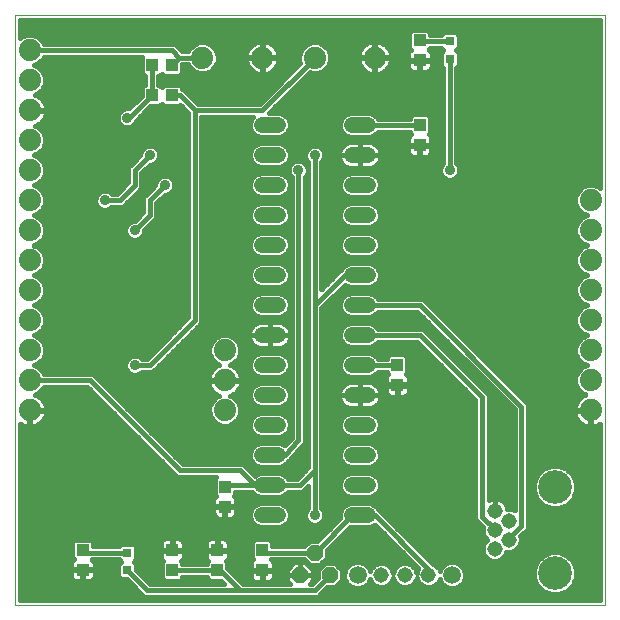
<source format=gtl>
G75*
%MOIN*%
%OFA0B0*%
%FSLAX25Y25*%
%IPPOS*%
%LPD*%
%AMOC8*
5,1,8,0,0,1.08239X$1,22.5*
%
%ADD10C,0.00000*%
%ADD11C,0.05150*%
%ADD12C,0.11220*%
%ADD13C,0.07400*%
%ADD14C,0.05200*%
%ADD15C,0.05937*%
%ADD16OC8,0.05200*%
%ADD17R,0.04331X0.03937*%
%ADD18R,0.03937X0.04331*%
%ADD19R,0.03150X0.03150*%
%ADD20C,0.01600*%
%ADD21C,0.03562*%
D10*
X0001800Y0007548D02*
X0001800Y0204398D01*
X0198650Y0204398D01*
X0198650Y0007548D01*
X0001800Y0007548D01*
D11*
X0123926Y0017548D03*
X0131800Y0017548D03*
X0139674Y0017548D03*
X0161721Y0026249D03*
X0166446Y0029398D03*
X0161721Y0032548D03*
X0166446Y0035698D03*
X0161721Y0038847D03*
D12*
X0181800Y0046918D03*
X0181800Y0018178D03*
D13*
X0193800Y0072548D03*
X0193800Y0082548D03*
X0193800Y0092548D03*
X0193800Y0102548D03*
X0193800Y0112548D03*
X0193800Y0122548D03*
X0193800Y0132548D03*
X0193800Y0142548D03*
X0121800Y0190048D03*
X0101800Y0190048D03*
X0084300Y0190048D03*
X0064300Y0190048D03*
X0006800Y0192548D03*
X0006800Y0182548D03*
X0006800Y0172548D03*
X0006800Y0162548D03*
X0006800Y0152548D03*
X0006800Y0142548D03*
X0006800Y0132548D03*
X0006800Y0122548D03*
X0006800Y0112548D03*
X0006800Y0102548D03*
X0006800Y0092548D03*
X0006800Y0082548D03*
X0006800Y0072548D03*
X0071800Y0072548D03*
X0071800Y0082548D03*
X0071800Y0092548D03*
D14*
X0084200Y0087548D02*
X0089400Y0087548D01*
X0089400Y0077548D02*
X0084200Y0077548D01*
X0084200Y0067548D02*
X0089400Y0067548D01*
X0089400Y0057548D02*
X0084200Y0057548D01*
X0084200Y0047548D02*
X0089400Y0047548D01*
X0089400Y0037548D02*
X0084200Y0037548D01*
X0114200Y0037548D02*
X0119400Y0037548D01*
X0119400Y0047548D02*
X0114200Y0047548D01*
X0114200Y0057548D02*
X0119400Y0057548D01*
X0119400Y0067548D02*
X0114200Y0067548D01*
X0114200Y0077548D02*
X0119400Y0077548D01*
X0119400Y0087548D02*
X0114200Y0087548D01*
X0114200Y0097548D02*
X0119400Y0097548D01*
X0119400Y0107548D02*
X0114200Y0107548D01*
X0114200Y0117548D02*
X0119400Y0117548D01*
X0119400Y0127548D02*
X0114200Y0127548D01*
X0114200Y0137548D02*
X0119400Y0137548D01*
X0119400Y0147548D02*
X0114200Y0147548D01*
X0114200Y0157548D02*
X0119400Y0157548D01*
X0119400Y0167548D02*
X0114200Y0167548D01*
X0089400Y0167548D02*
X0084200Y0167548D01*
X0084200Y0157548D02*
X0089400Y0157548D01*
X0089400Y0147548D02*
X0084200Y0147548D01*
X0084200Y0137548D02*
X0089400Y0137548D01*
X0089400Y0127548D02*
X0084200Y0127548D01*
X0084200Y0117548D02*
X0089400Y0117548D01*
X0089400Y0107548D02*
X0084200Y0107548D01*
X0084200Y0097548D02*
X0089400Y0097548D01*
D15*
X0116052Y0017548D03*
X0147548Y0017548D03*
D16*
X0106800Y0017548D03*
X0101800Y0025048D03*
X0096800Y0017548D03*
D17*
X0024430Y0019322D03*
X0024430Y0026014D03*
X0136800Y0189202D03*
X0136800Y0195894D03*
D18*
X0136800Y0167587D03*
X0136800Y0160894D03*
X0129300Y0087666D03*
X0129300Y0080973D03*
X0084300Y0025894D03*
X0084300Y0019202D03*
X0069300Y0019202D03*
X0069300Y0025894D03*
X0071800Y0040422D03*
X0071800Y0047115D03*
X0054300Y0025894D03*
X0054300Y0019202D03*
X0054162Y0177548D03*
X0047469Y0177548D03*
X0047469Y0187548D03*
X0054162Y0187548D03*
D19*
X0146800Y0189595D03*
X0146800Y0195501D03*
X0039340Y0025051D03*
X0039340Y0019145D03*
D20*
X0045937Y0012548D01*
X0076800Y0012548D01*
X0070146Y0019202D01*
X0069300Y0019202D01*
X0054300Y0019202D01*
X0057668Y0021402D02*
X0057668Y0021947D01*
X0057344Y0022272D01*
X0057374Y0022289D01*
X0057709Y0022624D01*
X0057946Y0023034D01*
X0058068Y0023492D01*
X0058068Y0025710D01*
X0054484Y0025710D01*
X0054484Y0026079D01*
X0054116Y0026079D01*
X0054116Y0029860D01*
X0052095Y0029860D01*
X0051637Y0029737D01*
X0051226Y0029500D01*
X0050891Y0029165D01*
X0050654Y0028755D01*
X0050531Y0028297D01*
X0050531Y0026079D01*
X0054116Y0026079D01*
X0054116Y0025710D01*
X0050531Y0025710D01*
X0050531Y0023492D01*
X0050654Y0023034D01*
X0050891Y0022624D01*
X0051226Y0022289D01*
X0051256Y0022272D01*
X0050931Y0021947D01*
X0050931Y0016456D01*
X0051752Y0015636D01*
X0056848Y0015636D01*
X0057668Y0016456D01*
X0057668Y0017002D01*
X0065931Y0017002D01*
X0065931Y0016456D01*
X0066752Y0015636D01*
X0070601Y0015636D01*
X0071489Y0014748D01*
X0046849Y0014748D01*
X0042315Y0019282D01*
X0042315Y0021300D01*
X0041517Y0022098D01*
X0042315Y0022896D01*
X0042315Y0027205D01*
X0041495Y0028026D01*
X0037185Y0028026D01*
X0036410Y0027251D01*
X0027995Y0027251D01*
X0027995Y0028563D01*
X0027175Y0029383D01*
X0021685Y0029383D01*
X0020865Y0028563D01*
X0020865Y0023466D01*
X0021439Y0022892D01*
X0021159Y0022730D01*
X0020824Y0022395D01*
X0020587Y0021985D01*
X0020465Y0021527D01*
X0020465Y0019506D01*
X0024246Y0019506D01*
X0024246Y0019137D01*
X0024614Y0019137D01*
X0024614Y0015553D01*
X0026832Y0015553D01*
X0027290Y0015676D01*
X0027701Y0015913D01*
X0028036Y0016248D01*
X0028273Y0016658D01*
X0028395Y0017116D01*
X0028395Y0019137D01*
X0024614Y0019137D01*
X0024614Y0019506D01*
X0028395Y0019506D01*
X0028395Y0021527D01*
X0028273Y0021985D01*
X0028036Y0022395D01*
X0027701Y0022730D01*
X0027492Y0022851D01*
X0036410Y0022851D01*
X0037163Y0022098D01*
X0036365Y0021300D01*
X0036365Y0016991D01*
X0037185Y0016170D01*
X0039204Y0016170D01*
X0045026Y0010348D01*
X0102711Y0010348D01*
X0104000Y0011637D01*
X0105911Y0013548D01*
X0108457Y0013548D01*
X0110800Y0015891D01*
X0110800Y0019205D01*
X0108457Y0021548D01*
X0105143Y0021548D01*
X0102800Y0019205D01*
X0102800Y0016659D01*
X0100889Y0014748D01*
X0100223Y0014748D01*
X0101200Y0015725D01*
X0101200Y0017548D01*
X0096800Y0017548D01*
X0096800Y0017548D01*
X0092400Y0017548D01*
X0092400Y0015725D01*
X0093377Y0014748D01*
X0077711Y0014748D01*
X0072668Y0019791D01*
X0072668Y0021947D01*
X0072344Y0022272D01*
X0072374Y0022289D01*
X0072709Y0022624D01*
X0072946Y0023034D01*
X0073068Y0023492D01*
X0073068Y0025710D01*
X0069484Y0025710D01*
X0069484Y0026079D01*
X0069116Y0026079D01*
X0069116Y0029860D01*
X0067095Y0029860D01*
X0066637Y0029737D01*
X0066226Y0029500D01*
X0065891Y0029165D01*
X0065654Y0028755D01*
X0065531Y0028297D01*
X0065531Y0026079D01*
X0069116Y0026079D01*
X0069116Y0025710D01*
X0065531Y0025710D01*
X0065531Y0023492D01*
X0065654Y0023034D01*
X0065891Y0022624D01*
X0066226Y0022289D01*
X0066256Y0022272D01*
X0065931Y0021947D01*
X0065931Y0021402D01*
X0057668Y0021402D01*
X0057668Y0021935D02*
X0065931Y0021935D01*
X0065531Y0023533D02*
X0058068Y0023533D01*
X0058068Y0025132D02*
X0065531Y0025132D01*
X0065531Y0026730D02*
X0058068Y0026730D01*
X0058068Y0026079D02*
X0058068Y0028297D01*
X0057946Y0028755D01*
X0057709Y0029165D01*
X0057374Y0029500D01*
X0056963Y0029737D01*
X0056505Y0029860D01*
X0054484Y0029860D01*
X0054484Y0026079D01*
X0058068Y0026079D01*
X0058060Y0028329D02*
X0065540Y0028329D01*
X0069116Y0028329D02*
X0069484Y0028329D01*
X0069484Y0029860D02*
X0069484Y0026079D01*
X0073068Y0026079D01*
X0073068Y0028297D01*
X0072946Y0028755D01*
X0072709Y0029165D01*
X0072374Y0029500D01*
X0071963Y0029737D01*
X0071505Y0029860D01*
X0069484Y0029860D01*
X0069484Y0026730D02*
X0069116Y0026730D01*
X0073068Y0026730D02*
X0080931Y0026730D01*
X0080931Y0025132D02*
X0073068Y0025132D01*
X0073068Y0023533D02*
X0080931Y0023533D01*
X0080931Y0023149D02*
X0081256Y0022825D01*
X0081226Y0022807D01*
X0080891Y0022472D01*
X0080654Y0022062D01*
X0080531Y0021604D01*
X0080531Y0019386D01*
X0084116Y0019386D01*
X0084116Y0019017D01*
X0084484Y0019017D01*
X0084484Y0015236D01*
X0086505Y0015236D01*
X0086963Y0015359D01*
X0087374Y0015596D01*
X0087709Y0015931D01*
X0087946Y0016341D01*
X0088068Y0016799D01*
X0088068Y0019017D01*
X0084484Y0019017D01*
X0084484Y0019386D01*
X0088068Y0019386D01*
X0088068Y0021604D01*
X0087946Y0022062D01*
X0087709Y0022472D01*
X0087374Y0022807D01*
X0087344Y0022825D01*
X0087367Y0022848D01*
X0098343Y0022848D01*
X0100143Y0021048D01*
X0103457Y0021048D01*
X0105800Y0023391D01*
X0105800Y0025937D01*
X0113411Y0033548D01*
X0120196Y0033548D01*
X0121666Y0034157D01*
X0121873Y0034364D01*
X0136371Y0019866D01*
X0136304Y0019800D01*
X0135737Y0018430D01*
X0135170Y0019800D01*
X0134052Y0020918D01*
X0132591Y0021523D01*
X0131009Y0021523D01*
X0129548Y0020918D01*
X0128430Y0019800D01*
X0127863Y0018430D01*
X0127296Y0019800D01*
X0126178Y0020918D01*
X0124717Y0021523D01*
X0123135Y0021523D01*
X0121674Y0020918D01*
X0120556Y0019800D01*
X0120202Y0018944D01*
X0119755Y0020023D01*
X0118527Y0021251D01*
X0116921Y0021917D01*
X0115183Y0021917D01*
X0113577Y0021251D01*
X0112349Y0020023D01*
X0111683Y0018417D01*
X0111683Y0016679D01*
X0112349Y0015073D01*
X0113577Y0013845D01*
X0115183Y0013180D01*
X0116921Y0013180D01*
X0118527Y0013845D01*
X0119755Y0015073D01*
X0120202Y0016152D01*
X0120556Y0015296D01*
X0121674Y0014178D01*
X0123135Y0013573D01*
X0124717Y0013573D01*
X0126178Y0014178D01*
X0127296Y0015296D01*
X0127863Y0016666D01*
X0128430Y0015296D01*
X0129548Y0014178D01*
X0131009Y0013573D01*
X0132591Y0013573D01*
X0134052Y0014178D01*
X0135170Y0015296D01*
X0135737Y0016666D01*
X0136304Y0015296D01*
X0137422Y0014178D01*
X0138883Y0013573D01*
X0140465Y0013573D01*
X0141926Y0014178D01*
X0143044Y0015296D01*
X0143398Y0016152D01*
X0143845Y0015073D01*
X0145073Y0013845D01*
X0146679Y0013180D01*
X0148417Y0013180D01*
X0150023Y0013845D01*
X0151251Y0015073D01*
X0151917Y0016679D01*
X0151917Y0018417D01*
X0151251Y0020023D01*
X0150023Y0021251D01*
X0148417Y0021917D01*
X0146679Y0021917D01*
X0145073Y0021251D01*
X0143845Y0020023D01*
X0143398Y0018944D01*
X0143044Y0019800D01*
X0141926Y0020918D01*
X0141270Y0021189D01*
X0124000Y0038459D01*
X0122894Y0039565D01*
X0122791Y0039814D01*
X0121666Y0040939D01*
X0120196Y0041548D01*
X0113404Y0041548D01*
X0111934Y0040939D01*
X0110809Y0039814D01*
X0110200Y0038344D01*
X0110200Y0036752D01*
X0110257Y0036616D01*
X0102689Y0029048D01*
X0100143Y0029048D01*
X0098343Y0027248D01*
X0087668Y0027248D01*
X0087668Y0028640D01*
X0086848Y0029460D01*
X0081752Y0029460D01*
X0080931Y0028640D01*
X0080931Y0023149D01*
X0080620Y0021935D02*
X0072668Y0021935D01*
X0072668Y0020336D02*
X0080531Y0020336D01*
X0080531Y0019017D02*
X0080531Y0016799D01*
X0080654Y0016341D01*
X0080891Y0015931D01*
X0081226Y0015596D01*
X0081637Y0015359D01*
X0082095Y0015236D01*
X0084116Y0015236D01*
X0084116Y0019017D01*
X0080531Y0019017D01*
X0080531Y0018738D02*
X0073722Y0018738D01*
X0075320Y0017139D02*
X0080531Y0017139D01*
X0081322Y0015541D02*
X0076919Y0015541D01*
X0076800Y0012548D02*
X0101800Y0012548D01*
X0106800Y0017548D01*
X0109669Y0020336D02*
X0112662Y0020336D01*
X0111816Y0018738D02*
X0110800Y0018738D01*
X0110800Y0017139D02*
X0111683Y0017139D01*
X0112155Y0015541D02*
X0110449Y0015541D01*
X0108851Y0013942D02*
X0113480Y0013942D01*
X0118624Y0013942D02*
X0122245Y0013942D01*
X0120455Y0015541D02*
X0119949Y0015541D01*
X0119442Y0020336D02*
X0121093Y0020336D01*
X0126759Y0020336D02*
X0128967Y0020336D01*
X0127990Y0018738D02*
X0127736Y0018738D01*
X0127397Y0015541D02*
X0128329Y0015541D01*
X0130119Y0013942D02*
X0125607Y0013942D01*
X0133481Y0013942D02*
X0137993Y0013942D01*
X0136203Y0015541D02*
X0135271Y0015541D01*
X0135610Y0018738D02*
X0135864Y0018738D01*
X0135901Y0020336D02*
X0134633Y0020336D01*
X0134302Y0021935D02*
X0104343Y0021935D01*
X0103931Y0020336D02*
X0100234Y0020336D01*
X0101200Y0019371D02*
X0098623Y0021948D01*
X0096800Y0021948D01*
X0096800Y0017548D01*
X0096800Y0017548D01*
X0101200Y0017548D01*
X0101200Y0019371D01*
X0101200Y0018738D02*
X0102800Y0018738D01*
X0102800Y0017139D02*
X0101200Y0017139D01*
X0101015Y0015541D02*
X0101681Y0015541D01*
X0104707Y0012344D02*
X0177720Y0012344D01*
X0177829Y0012235D02*
X0180406Y0011168D01*
X0183194Y0011168D01*
X0185771Y0012235D01*
X0187743Y0014207D01*
X0188810Y0016784D01*
X0188810Y0019572D01*
X0187743Y0022149D01*
X0185771Y0024121D01*
X0183194Y0025188D01*
X0180406Y0025188D01*
X0177829Y0024121D01*
X0175857Y0022149D01*
X0174790Y0019572D01*
X0174790Y0016784D01*
X0175857Y0014207D01*
X0177829Y0012235D01*
X0176122Y0013942D02*
X0150120Y0013942D01*
X0151445Y0015541D02*
X0175305Y0015541D01*
X0174790Y0017139D02*
X0151917Y0017139D01*
X0151784Y0018738D02*
X0174790Y0018738D01*
X0175106Y0020336D02*
X0150938Y0020336D01*
X0158352Y0023997D02*
X0157746Y0025458D01*
X0157746Y0027039D01*
X0158352Y0028500D01*
X0159250Y0029398D01*
X0158352Y0030296D01*
X0157746Y0031757D01*
X0157746Y0033339D01*
X0157884Y0033670D01*
X0155346Y0036207D01*
X0155346Y0075890D01*
X0135889Y0095348D01*
X0122818Y0095348D01*
X0122791Y0095282D01*
X0121666Y0094157D01*
X0120196Y0093548D01*
X0113404Y0093548D01*
X0111934Y0094157D01*
X0110809Y0095282D01*
X0110200Y0096752D01*
X0110200Y0098344D01*
X0110809Y0099814D01*
X0111934Y0100939D01*
X0113404Y0101548D01*
X0120196Y0101548D01*
X0121666Y0100939D01*
X0122791Y0099814D01*
X0122818Y0099748D01*
X0137711Y0099748D01*
X0139000Y0098459D01*
X0159746Y0077713D01*
X0159746Y0075890D01*
X0159746Y0042751D01*
X0160042Y0042902D01*
X0160697Y0043114D01*
X0161377Y0043222D01*
X0161721Y0043222D01*
X0161721Y0038847D01*
X0161721Y0038847D01*
X0161721Y0043222D01*
X0162066Y0043222D01*
X0162746Y0043114D01*
X0163401Y0042902D01*
X0164014Y0042589D01*
X0164571Y0042184D01*
X0165058Y0041697D01*
X0165463Y0041140D01*
X0165776Y0040527D01*
X0165988Y0039872D01*
X0166020Y0039672D01*
X0167236Y0039672D01*
X0168420Y0039182D01*
X0168420Y0072816D01*
X0135889Y0105348D01*
X0122818Y0105348D01*
X0122791Y0105282D01*
X0121666Y0104157D01*
X0120196Y0103548D01*
X0113404Y0103548D01*
X0111934Y0104157D01*
X0110809Y0105282D01*
X0110200Y0106752D01*
X0110200Y0108344D01*
X0110809Y0109814D01*
X0111934Y0110939D01*
X0113404Y0111548D01*
X0120196Y0111548D01*
X0121666Y0110939D01*
X0122791Y0109814D01*
X0122818Y0109748D01*
X0137711Y0109748D01*
X0139000Y0108459D01*
X0171532Y0075928D01*
X0172820Y0074639D01*
X0172820Y0033057D01*
X0171532Y0031768D01*
X0170283Y0030520D01*
X0170420Y0030189D01*
X0170420Y0028608D01*
X0169815Y0027147D01*
X0168697Y0026029D01*
X0167236Y0025424D01*
X0165682Y0025424D01*
X0165091Y0023997D01*
X0163973Y0022879D01*
X0162512Y0022274D01*
X0160931Y0022274D01*
X0159470Y0022879D01*
X0158352Y0023997D01*
X0158816Y0023533D02*
X0138926Y0023533D01*
X0137328Y0025132D02*
X0157882Y0025132D01*
X0157746Y0026730D02*
X0135729Y0026730D01*
X0134131Y0028329D02*
X0158280Y0028329D01*
X0158721Y0029927D02*
X0132532Y0029927D01*
X0130934Y0031526D02*
X0157842Y0031526D01*
X0157746Y0033124D02*
X0129335Y0033124D01*
X0127737Y0034723D02*
X0156830Y0034723D01*
X0155346Y0036321D02*
X0126138Y0036321D01*
X0124540Y0037920D02*
X0155346Y0037920D01*
X0155346Y0039518D02*
X0122941Y0039518D01*
X0121800Y0037548D02*
X0116800Y0037548D01*
X0114300Y0037548D01*
X0101800Y0025048D01*
X0085146Y0025048D01*
X0084300Y0025894D01*
X0087668Y0028329D02*
X0099424Y0028329D01*
X0103568Y0029927D02*
X0003600Y0029927D01*
X0003600Y0028329D02*
X0020865Y0028329D01*
X0020865Y0026730D02*
X0003600Y0026730D01*
X0003600Y0025132D02*
X0020865Y0025132D01*
X0020865Y0023533D02*
X0003600Y0023533D01*
X0003600Y0021935D02*
X0020574Y0021935D01*
X0020465Y0020336D02*
X0003600Y0020336D01*
X0003600Y0018738D02*
X0020465Y0018738D01*
X0020465Y0019137D02*
X0020465Y0017116D01*
X0020587Y0016658D01*
X0020824Y0016248D01*
X0021159Y0015913D01*
X0021570Y0015676D01*
X0022028Y0015553D01*
X0024246Y0015553D01*
X0024246Y0019137D01*
X0020465Y0019137D01*
X0020465Y0017139D02*
X0003600Y0017139D01*
X0003600Y0015541D02*
X0039833Y0015541D01*
X0041432Y0013942D02*
X0003600Y0013942D01*
X0003600Y0012344D02*
X0043030Y0012344D01*
X0044629Y0010745D02*
X0003600Y0010745D01*
X0003600Y0009348D02*
X0003600Y0068075D01*
X0003917Y0067844D01*
X0004689Y0067451D01*
X0005512Y0067183D01*
X0006367Y0067048D01*
X0006600Y0067048D01*
X0006600Y0072348D01*
X0007000Y0072348D01*
X0007000Y0067048D01*
X0007233Y0067048D01*
X0008088Y0067183D01*
X0008911Y0067451D01*
X0009683Y0067844D01*
X0010383Y0068353D01*
X0010995Y0068965D01*
X0011504Y0069665D01*
X0011897Y0070437D01*
X0012165Y0071260D01*
X0012300Y0072115D01*
X0012300Y0072348D01*
X0007000Y0072348D01*
X0007000Y0072748D01*
X0012300Y0072748D01*
X0012300Y0072981D01*
X0012165Y0073836D01*
X0011897Y0074659D01*
X0011504Y0075431D01*
X0010995Y0076131D01*
X0010383Y0076743D01*
X0009683Y0077252D01*
X0008911Y0077645D01*
X0008563Y0077758D01*
X0009689Y0078224D01*
X0011124Y0079659D01*
X0011409Y0080348D01*
X0025889Y0080348D01*
X0055889Y0050348D01*
X0068919Y0050348D01*
X0068431Y0049860D01*
X0068431Y0044370D01*
X0068756Y0044045D01*
X0068726Y0044028D01*
X0068391Y0043693D01*
X0068154Y0043282D01*
X0068031Y0042824D01*
X0068031Y0040606D01*
X0071616Y0040606D01*
X0071616Y0040238D01*
X0071984Y0040238D01*
X0071984Y0036457D01*
X0074005Y0036457D01*
X0074463Y0036579D01*
X0074874Y0036816D01*
X0075209Y0037151D01*
X0075446Y0037562D01*
X0075568Y0038020D01*
X0075568Y0040238D01*
X0071984Y0040238D01*
X0071984Y0040606D01*
X0075568Y0040606D01*
X0075568Y0042824D01*
X0075446Y0043282D01*
X0075209Y0043693D01*
X0074874Y0044028D01*
X0074844Y0044045D01*
X0075168Y0044370D01*
X0075168Y0045348D01*
X0080782Y0045348D01*
X0080809Y0045282D01*
X0081934Y0044157D01*
X0083404Y0043548D01*
X0090196Y0043548D01*
X0091666Y0044157D01*
X0092791Y0045282D01*
X0092818Y0045348D01*
X0097711Y0045348D01*
X0099600Y0047237D01*
X0099600Y0039847D01*
X0099103Y0039350D01*
X0098619Y0038181D01*
X0098619Y0036915D01*
X0099103Y0035746D01*
X0099998Y0034851D01*
X0101167Y0034367D01*
X0102433Y0034367D01*
X0103602Y0034851D01*
X0104497Y0035746D01*
X0104981Y0036915D01*
X0104981Y0038181D01*
X0104497Y0039350D01*
X0104000Y0039847D01*
X0104000Y0106637D01*
X0111727Y0114364D01*
X0111934Y0114157D01*
X0113404Y0113548D01*
X0120196Y0113548D01*
X0121666Y0114157D01*
X0122791Y0115282D01*
X0123400Y0116752D01*
X0123400Y0118344D01*
X0122791Y0119814D01*
X0121666Y0120939D01*
X0120196Y0121548D01*
X0113404Y0121548D01*
X0111934Y0120939D01*
X0110809Y0119814D01*
X0110706Y0119565D01*
X0109600Y0118459D01*
X0104000Y0112859D01*
X0104000Y0155249D01*
X0104497Y0155746D01*
X0104981Y0156915D01*
X0104981Y0158181D01*
X0104497Y0159350D01*
X0103602Y0160245D01*
X0102433Y0160729D01*
X0101167Y0160729D01*
X0099998Y0160245D01*
X0099103Y0159350D01*
X0098619Y0158181D01*
X0098619Y0156915D01*
X0099103Y0155746D01*
X0099600Y0155249D01*
X0099600Y0053459D01*
X0095889Y0049748D01*
X0092818Y0049748D01*
X0092791Y0049814D01*
X0091666Y0050939D01*
X0090196Y0051548D01*
X0083404Y0051548D01*
X0081934Y0050939D01*
X0081727Y0050732D01*
X0079000Y0053459D01*
X0077711Y0054748D01*
X0057711Y0054748D01*
X0029000Y0083459D01*
X0027711Y0084748D01*
X0011409Y0084748D01*
X0011124Y0085437D01*
X0009689Y0086872D01*
X0008056Y0087548D01*
X0009689Y0088224D01*
X0011124Y0089659D01*
X0011900Y0091534D01*
X0011900Y0093562D01*
X0011124Y0095437D01*
X0009689Y0096872D01*
X0008056Y0097548D01*
X0009689Y0098224D01*
X0011124Y0099659D01*
X0011900Y0101534D01*
X0011900Y0103562D01*
X0011124Y0105437D01*
X0009689Y0106872D01*
X0008056Y0107548D01*
X0009689Y0108224D01*
X0011124Y0109659D01*
X0011900Y0111534D01*
X0011900Y0113562D01*
X0011124Y0115437D01*
X0009689Y0116872D01*
X0008056Y0117548D01*
X0009689Y0118224D01*
X0011124Y0119659D01*
X0011900Y0121534D01*
X0011900Y0123562D01*
X0011124Y0125437D01*
X0009689Y0126872D01*
X0008056Y0127548D01*
X0009689Y0128224D01*
X0011124Y0129659D01*
X0011900Y0131534D01*
X0011900Y0133562D01*
X0011124Y0135437D01*
X0009689Y0136872D01*
X0008056Y0137548D01*
X0009689Y0138224D01*
X0011124Y0139659D01*
X0011900Y0141534D01*
X0011900Y0143562D01*
X0011124Y0145437D01*
X0009689Y0146872D01*
X0008056Y0147548D01*
X0009689Y0148224D01*
X0011124Y0149659D01*
X0011900Y0151534D01*
X0011900Y0153562D01*
X0011124Y0155437D01*
X0009689Y0156872D01*
X0008056Y0157548D01*
X0009689Y0158224D01*
X0011124Y0159659D01*
X0011900Y0161534D01*
X0011900Y0163562D01*
X0011124Y0165437D01*
X0009689Y0166872D01*
X0008563Y0167338D01*
X0008911Y0167451D01*
X0009683Y0167844D01*
X0010383Y0168353D01*
X0010995Y0168965D01*
X0011504Y0169665D01*
X0011897Y0170437D01*
X0012165Y0171260D01*
X0012300Y0172115D01*
X0012300Y0172348D01*
X0007000Y0172348D01*
X0007000Y0172748D01*
X0012300Y0172748D01*
X0012300Y0172981D01*
X0012165Y0173836D01*
X0011897Y0174659D01*
X0011504Y0175431D01*
X0010995Y0176131D01*
X0010383Y0176743D01*
X0009683Y0177252D01*
X0008911Y0177645D01*
X0008563Y0177758D01*
X0009689Y0178224D01*
X0011124Y0179659D01*
X0011900Y0181534D01*
X0011900Y0183562D01*
X0011124Y0185437D01*
X0009689Y0186872D01*
X0008056Y0187548D01*
X0009689Y0188224D01*
X0011124Y0189659D01*
X0011409Y0190348D01*
X0044156Y0190348D01*
X0044101Y0190293D01*
X0044101Y0184803D01*
X0044921Y0183983D01*
X0045269Y0183983D01*
X0045269Y0181113D01*
X0044921Y0181113D01*
X0044101Y0180293D01*
X0044101Y0177291D01*
X0040008Y0173198D01*
X0039933Y0173229D01*
X0038667Y0173229D01*
X0037498Y0172745D01*
X0036603Y0171850D01*
X0036119Y0170681D01*
X0036119Y0169415D01*
X0036603Y0168246D01*
X0037498Y0167351D01*
X0038667Y0166867D01*
X0039933Y0166867D01*
X0041102Y0167351D01*
X0041997Y0168246D01*
X0042481Y0169415D01*
X0042481Y0169449D01*
X0047015Y0173983D01*
X0050018Y0173983D01*
X0050816Y0174781D01*
X0051614Y0173983D01*
X0056711Y0173983D01*
X0056982Y0174254D01*
X0059600Y0171637D01*
X0059600Y0103459D01*
X0045889Y0089748D01*
X0044099Y0089748D01*
X0043602Y0090245D01*
X0042433Y0090729D01*
X0041167Y0090729D01*
X0039998Y0090245D01*
X0039103Y0089350D01*
X0038619Y0088181D01*
X0038619Y0086915D01*
X0039103Y0085746D01*
X0039998Y0084851D01*
X0041167Y0084367D01*
X0042433Y0084367D01*
X0043602Y0084851D01*
X0044099Y0085348D01*
X0047711Y0085348D01*
X0062711Y0100348D01*
X0064000Y0101637D01*
X0064000Y0170348D01*
X0081343Y0170348D01*
X0080809Y0169814D01*
X0080200Y0168344D01*
X0080200Y0166752D01*
X0080809Y0165282D01*
X0081934Y0164157D01*
X0083404Y0163548D01*
X0090196Y0163548D01*
X0091666Y0164157D01*
X0092791Y0165282D01*
X0093400Y0166752D01*
X0093400Y0168344D01*
X0092791Y0169814D01*
X0091666Y0170939D01*
X0090196Y0171548D01*
X0086411Y0171548D01*
X0100097Y0185233D01*
X0100786Y0184948D01*
X0102814Y0184948D01*
X0104689Y0185724D01*
X0106124Y0187159D01*
X0106900Y0189034D01*
X0106900Y0191062D01*
X0106124Y0192937D01*
X0104689Y0194372D01*
X0102814Y0195148D01*
X0100786Y0195148D01*
X0098911Y0194372D01*
X0097476Y0192937D01*
X0096700Y0191062D01*
X0096700Y0189034D01*
X0096985Y0188345D01*
X0083389Y0174748D01*
X0062711Y0174748D01*
X0057711Y0179748D01*
X0057531Y0179748D01*
X0057531Y0180293D01*
X0056711Y0181113D01*
X0051614Y0181113D01*
X0050816Y0180315D01*
X0050018Y0181113D01*
X0049669Y0181113D01*
X0049669Y0183983D01*
X0050018Y0183983D01*
X0050816Y0184781D01*
X0051614Y0183983D01*
X0056711Y0183983D01*
X0057531Y0184803D01*
X0057531Y0187805D01*
X0057573Y0187848D01*
X0059691Y0187848D01*
X0059976Y0187159D01*
X0061411Y0185724D01*
X0063286Y0184948D01*
X0065314Y0184948D01*
X0067189Y0185724D01*
X0068624Y0187159D01*
X0069400Y0189034D01*
X0069400Y0191062D01*
X0068624Y0192937D01*
X0067189Y0194372D01*
X0065314Y0195148D01*
X0063286Y0195148D01*
X0061411Y0194372D01*
X0059976Y0192937D01*
X0059691Y0192248D01*
X0057573Y0192248D01*
X0056362Y0193459D01*
X0055073Y0194748D01*
X0011409Y0194748D01*
X0011124Y0195437D01*
X0009689Y0196872D01*
X0007814Y0197648D01*
X0005786Y0197648D01*
X0003911Y0196872D01*
X0003600Y0196560D01*
X0003600Y0202598D01*
X0196850Y0202598D01*
X0196850Y0146710D01*
X0196689Y0146872D01*
X0194814Y0147648D01*
X0192786Y0147648D01*
X0190911Y0146872D01*
X0189476Y0145437D01*
X0188700Y0143562D01*
X0188700Y0141534D01*
X0189476Y0139659D01*
X0190911Y0138224D01*
X0192544Y0137548D01*
X0190911Y0136872D01*
X0189476Y0135437D01*
X0188700Y0133562D01*
X0188700Y0131534D01*
X0189476Y0129659D01*
X0190911Y0128224D01*
X0192544Y0127548D01*
X0190911Y0126872D01*
X0189476Y0125437D01*
X0188700Y0123562D01*
X0188700Y0121534D01*
X0189476Y0119659D01*
X0190911Y0118224D01*
X0192544Y0117548D01*
X0190911Y0116872D01*
X0189476Y0115437D01*
X0188700Y0113562D01*
X0188700Y0111534D01*
X0189476Y0109659D01*
X0190911Y0108224D01*
X0192544Y0107548D01*
X0190911Y0106872D01*
X0189476Y0105437D01*
X0188700Y0103562D01*
X0188700Y0101534D01*
X0189476Y0099659D01*
X0190911Y0098224D01*
X0192544Y0097548D01*
X0190911Y0096872D01*
X0189476Y0095437D01*
X0188700Y0093562D01*
X0188700Y0091534D01*
X0189476Y0089659D01*
X0190911Y0088224D01*
X0192544Y0087548D01*
X0190911Y0086872D01*
X0189476Y0085437D01*
X0188700Y0083562D01*
X0188700Y0081534D01*
X0189476Y0079659D01*
X0190911Y0078224D01*
X0192037Y0077758D01*
X0191689Y0077645D01*
X0190917Y0077252D01*
X0190217Y0076743D01*
X0189605Y0076131D01*
X0189096Y0075431D01*
X0188703Y0074659D01*
X0188435Y0073836D01*
X0188300Y0072981D01*
X0188300Y0072748D01*
X0193600Y0072748D01*
X0193600Y0072348D01*
X0194000Y0072348D01*
X0194000Y0067048D01*
X0194233Y0067048D01*
X0195088Y0067183D01*
X0195911Y0067451D01*
X0196683Y0067844D01*
X0196850Y0067966D01*
X0196850Y0009348D01*
X0003600Y0009348D01*
X0024246Y0017139D02*
X0024614Y0017139D01*
X0024614Y0018738D02*
X0024246Y0018738D01*
X0028395Y0018738D02*
X0036365Y0018738D01*
X0036365Y0020336D02*
X0028395Y0020336D01*
X0028286Y0021935D02*
X0037000Y0021935D01*
X0039340Y0025051D02*
X0025394Y0025051D01*
X0024430Y0026014D01*
X0027995Y0028329D02*
X0050540Y0028329D01*
X0050531Y0026730D02*
X0042315Y0026730D01*
X0042315Y0025132D02*
X0050531Y0025132D01*
X0050531Y0023533D02*
X0042315Y0023533D01*
X0041680Y0021935D02*
X0050931Y0021935D01*
X0050931Y0020336D02*
X0042315Y0020336D01*
X0042859Y0018738D02*
X0050931Y0018738D01*
X0050931Y0017139D02*
X0044457Y0017139D01*
X0046056Y0015541D02*
X0070696Y0015541D01*
X0073060Y0028329D02*
X0080931Y0028329D01*
X0083404Y0033548D02*
X0081934Y0034157D01*
X0080809Y0035282D01*
X0080200Y0036752D01*
X0080200Y0038344D01*
X0080809Y0039814D01*
X0081934Y0040939D01*
X0083404Y0041548D01*
X0090196Y0041548D01*
X0091666Y0040939D01*
X0092791Y0039814D01*
X0093400Y0038344D01*
X0093400Y0036752D01*
X0092791Y0035282D01*
X0091666Y0034157D01*
X0090196Y0033548D01*
X0083404Y0033548D01*
X0081368Y0034723D02*
X0003600Y0034723D01*
X0003600Y0036321D02*
X0080379Y0036321D01*
X0080200Y0037920D02*
X0075542Y0037920D01*
X0075568Y0039518D02*
X0080687Y0039518D01*
X0082363Y0041117D02*
X0075568Y0041117D01*
X0075568Y0042715D02*
X0099600Y0042715D01*
X0099600Y0041117D02*
X0091237Y0041117D01*
X0092913Y0039518D02*
X0099271Y0039518D01*
X0098619Y0037920D02*
X0093400Y0037920D01*
X0093221Y0036321D02*
X0098865Y0036321D01*
X0100308Y0034723D02*
X0092232Y0034723D01*
X0101800Y0037548D02*
X0101800Y0052548D01*
X0096800Y0047548D01*
X0086800Y0047548D01*
X0081800Y0047548D01*
X0076800Y0052548D01*
X0056800Y0052548D01*
X0026800Y0082548D01*
X0006800Y0082548D01*
X0010685Y0085875D02*
X0039050Y0085875D01*
X0038619Y0087474D02*
X0008236Y0087474D01*
X0010537Y0089072D02*
X0038988Y0089072D01*
X0041026Y0090671D02*
X0011543Y0090671D01*
X0011900Y0092269D02*
X0048410Y0092269D01*
X0050008Y0093868D02*
X0011774Y0093868D01*
X0011094Y0095466D02*
X0051607Y0095466D01*
X0053205Y0097065D02*
X0009223Y0097065D01*
X0010128Y0098663D02*
X0054804Y0098663D01*
X0056402Y0100262D02*
X0011373Y0100262D01*
X0011900Y0101860D02*
X0058001Y0101860D01*
X0059599Y0103459D02*
X0011900Y0103459D01*
X0011281Y0105057D02*
X0059600Y0105057D01*
X0059600Y0106656D02*
X0009905Y0106656D01*
X0009719Y0108254D02*
X0059600Y0108254D01*
X0059600Y0109853D02*
X0011204Y0109853D01*
X0011866Y0111451D02*
X0059600Y0111451D01*
X0059600Y0113050D02*
X0011900Y0113050D01*
X0011450Y0114648D02*
X0059600Y0114648D01*
X0059600Y0116247D02*
X0010314Y0116247D01*
X0008774Y0117845D02*
X0059600Y0117845D01*
X0059600Y0119444D02*
X0010908Y0119444D01*
X0011697Y0121042D02*
X0059600Y0121042D01*
X0059600Y0122641D02*
X0011900Y0122641D01*
X0011620Y0124239D02*
X0059600Y0124239D01*
X0059600Y0125838D02*
X0010723Y0125838D01*
X0008325Y0127436D02*
X0059600Y0127436D01*
X0059600Y0129035D02*
X0010499Y0129035D01*
X0011527Y0130633D02*
X0039216Y0130633D01*
X0039103Y0130746D02*
X0039998Y0129851D01*
X0041167Y0129367D01*
X0042433Y0129367D01*
X0043602Y0129851D01*
X0044497Y0130746D01*
X0044981Y0131915D01*
X0044981Y0132618D01*
X0049000Y0136637D01*
X0049000Y0141637D01*
X0051730Y0144367D01*
X0052433Y0144367D01*
X0053602Y0144851D01*
X0054497Y0145746D01*
X0054981Y0146915D01*
X0054981Y0148181D01*
X0054497Y0149350D01*
X0053602Y0150245D01*
X0052433Y0150729D01*
X0051167Y0150729D01*
X0049998Y0150245D01*
X0049103Y0149350D01*
X0048619Y0148181D01*
X0048619Y0147478D01*
X0045889Y0144748D01*
X0044600Y0143459D01*
X0044600Y0138459D01*
X0041870Y0135729D01*
X0041167Y0135729D01*
X0039998Y0135245D01*
X0039103Y0134350D01*
X0038619Y0133181D01*
X0038619Y0131915D01*
X0039103Y0130746D01*
X0038619Y0132232D02*
X0011900Y0132232D01*
X0011789Y0133830D02*
X0038888Y0133830D01*
X0040443Y0135429D02*
X0011127Y0135429D01*
X0009313Y0137027D02*
X0043168Y0137027D01*
X0044600Y0138626D02*
X0010090Y0138626D01*
X0011358Y0140224D02*
X0029625Y0140224D01*
X0029998Y0139851D02*
X0029103Y0140746D01*
X0028619Y0141915D01*
X0028619Y0143181D01*
X0029103Y0144350D01*
X0029998Y0145245D01*
X0031167Y0145729D01*
X0032433Y0145729D01*
X0033602Y0145245D01*
X0034099Y0144748D01*
X0035889Y0144748D01*
X0039600Y0148459D01*
X0039600Y0153459D01*
X0040889Y0154748D01*
X0040889Y0154748D01*
X0043619Y0157478D01*
X0043619Y0158181D01*
X0044103Y0159350D01*
X0044998Y0160245D01*
X0046167Y0160729D01*
X0047433Y0160729D01*
X0048602Y0160245D01*
X0049497Y0159350D01*
X0049981Y0158181D01*
X0049981Y0156915D01*
X0049497Y0155746D01*
X0048602Y0154851D01*
X0047433Y0154367D01*
X0046730Y0154367D01*
X0044000Y0151637D01*
X0044000Y0146637D01*
X0042711Y0145348D01*
X0037711Y0140348D01*
X0034099Y0140348D01*
X0033602Y0139851D01*
X0032433Y0139367D01*
X0031167Y0139367D01*
X0029998Y0139851D01*
X0028657Y0141823D02*
X0011900Y0141823D01*
X0011900Y0143421D02*
X0028719Y0143421D01*
X0029773Y0145020D02*
X0011296Y0145020D01*
X0009942Y0146619D02*
X0037759Y0146619D01*
X0039358Y0148217D02*
X0009671Y0148217D01*
X0011188Y0149816D02*
X0039600Y0149816D01*
X0039600Y0151414D02*
X0011850Y0151414D01*
X0011900Y0153013D02*
X0039600Y0153013D01*
X0040752Y0154611D02*
X0011466Y0154611D01*
X0010351Y0156210D02*
X0042350Y0156210D01*
X0043619Y0157808D02*
X0008684Y0157808D01*
X0010871Y0159407D02*
X0044160Y0159407D01*
X0046800Y0157548D02*
X0041800Y0152548D01*
X0041800Y0147548D01*
X0036800Y0142548D01*
X0031800Y0142548D01*
X0033975Y0140224D02*
X0044600Y0140224D01*
X0044600Y0141823D02*
X0039186Y0141823D01*
X0040785Y0143421D02*
X0044600Y0143421D01*
X0046161Y0145020D02*
X0042383Y0145020D01*
X0043982Y0146619D02*
X0047759Y0146619D01*
X0048634Y0148217D02*
X0044000Y0148217D01*
X0044000Y0149816D02*
X0049569Y0149816D01*
X0051800Y0147548D02*
X0046800Y0142548D01*
X0046800Y0137548D01*
X0041800Y0132548D01*
X0044981Y0132232D02*
X0059600Y0132232D01*
X0059600Y0133830D02*
X0046194Y0133830D01*
X0047792Y0135429D02*
X0059600Y0135429D01*
X0059600Y0137027D02*
X0049000Y0137027D01*
X0049000Y0138626D02*
X0059600Y0138626D01*
X0059600Y0140224D02*
X0049000Y0140224D01*
X0049186Y0141823D02*
X0059600Y0141823D01*
X0059600Y0143421D02*
X0050785Y0143421D01*
X0053771Y0145020D02*
X0059600Y0145020D01*
X0059600Y0146619D02*
X0054858Y0146619D01*
X0054966Y0148217D02*
X0059600Y0148217D01*
X0059600Y0149816D02*
X0054031Y0149816D01*
X0059600Y0151414D02*
X0044000Y0151414D01*
X0045376Y0153013D02*
X0059600Y0153013D01*
X0059600Y0154611D02*
X0048022Y0154611D01*
X0049689Y0156210D02*
X0059600Y0156210D01*
X0059600Y0157808D02*
X0049981Y0157808D01*
X0049440Y0159407D02*
X0059600Y0159407D01*
X0059600Y0161005D02*
X0011681Y0161005D01*
X0011900Y0162604D02*
X0059600Y0162604D01*
X0059600Y0164202D02*
X0011635Y0164202D01*
X0010760Y0165801D02*
X0059600Y0165801D01*
X0059600Y0167399D02*
X0041150Y0167399D01*
X0042308Y0168998D02*
X0059600Y0168998D01*
X0059600Y0170596D02*
X0043629Y0170596D01*
X0045227Y0172195D02*
X0059042Y0172195D01*
X0057444Y0173793D02*
X0046826Y0173793D01*
X0047469Y0177548D02*
X0039969Y0170048D01*
X0039300Y0170048D01*
X0036948Y0172195D02*
X0012300Y0172195D01*
X0012171Y0173793D02*
X0040603Y0173793D01*
X0042202Y0175392D02*
X0011524Y0175392D01*
X0010043Y0176990D02*
X0043800Y0176990D01*
X0044101Y0178589D02*
X0010053Y0178589D01*
X0011342Y0180187D02*
X0044101Y0180187D01*
X0045269Y0181786D02*
X0011900Y0181786D01*
X0011900Y0183384D02*
X0045269Y0183384D01*
X0044101Y0184983D02*
X0011312Y0184983D01*
X0009979Y0186581D02*
X0044101Y0186581D01*
X0044101Y0188180D02*
X0009581Y0188180D01*
X0011173Y0189778D02*
X0044101Y0189778D01*
X0047469Y0187548D02*
X0047469Y0177548D01*
X0049669Y0181786D02*
X0090426Y0181786D01*
X0088828Y0180187D02*
X0057531Y0180187D01*
X0058871Y0178589D02*
X0087229Y0178589D01*
X0085631Y0176990D02*
X0060469Y0176990D01*
X0062068Y0175392D02*
X0084032Y0175392D01*
X0084300Y0172548D02*
X0101800Y0190048D01*
X0105546Y0186581D02*
X0117520Y0186581D01*
X0117605Y0186465D02*
X0118217Y0185853D01*
X0118917Y0185344D01*
X0119689Y0184951D01*
X0120512Y0184683D01*
X0121367Y0184548D01*
X0121600Y0184548D01*
X0121600Y0189848D01*
X0122000Y0189848D01*
X0122000Y0184548D01*
X0122233Y0184548D01*
X0123088Y0184683D01*
X0123911Y0184951D01*
X0124683Y0185344D01*
X0125383Y0185853D01*
X0125995Y0186465D01*
X0126504Y0187165D01*
X0126897Y0187937D01*
X0127165Y0188760D01*
X0127300Y0189615D01*
X0127300Y0189848D01*
X0122000Y0189848D01*
X0122000Y0190248D01*
X0127300Y0190248D01*
X0127300Y0190481D01*
X0127165Y0191336D01*
X0126897Y0192159D01*
X0126504Y0192931D01*
X0125995Y0193631D01*
X0125383Y0194243D01*
X0124683Y0194752D01*
X0123911Y0195145D01*
X0123088Y0195413D01*
X0122233Y0195548D01*
X0122000Y0195548D01*
X0122000Y0190248D01*
X0121600Y0190248D01*
X0121600Y0189848D01*
X0116300Y0189848D01*
X0116300Y0189615D01*
X0116435Y0188760D01*
X0116703Y0187937D01*
X0117096Y0187165D01*
X0117605Y0186465D01*
X0116624Y0188180D02*
X0106546Y0188180D01*
X0106900Y0189778D02*
X0116300Y0189778D01*
X0116300Y0190248D02*
X0121600Y0190248D01*
X0121600Y0195548D01*
X0121367Y0195548D01*
X0120512Y0195413D01*
X0119689Y0195145D01*
X0118917Y0194752D01*
X0118217Y0194243D01*
X0117605Y0193631D01*
X0117096Y0192931D01*
X0116703Y0192159D01*
X0116435Y0191336D01*
X0116300Y0190481D01*
X0116300Y0190248D01*
X0116449Y0191377D02*
X0106770Y0191377D01*
X0106085Y0192975D02*
X0117128Y0192975D01*
X0118672Y0194574D02*
X0104201Y0194574D01*
X0099399Y0194574D02*
X0087428Y0194574D01*
X0087183Y0194752D02*
X0086411Y0195145D01*
X0085588Y0195413D01*
X0084733Y0195548D01*
X0084500Y0195548D01*
X0084500Y0190248D01*
X0089800Y0190248D01*
X0089800Y0190481D01*
X0089665Y0191336D01*
X0089397Y0192159D01*
X0089004Y0192931D01*
X0088495Y0193631D01*
X0087883Y0194243D01*
X0087183Y0194752D01*
X0088972Y0192975D02*
X0097515Y0192975D01*
X0096830Y0191377D02*
X0089651Y0191377D01*
X0089800Y0189848D02*
X0084500Y0189848D01*
X0084500Y0184548D01*
X0084733Y0184548D01*
X0085588Y0184683D01*
X0086411Y0184951D01*
X0087183Y0185344D01*
X0087883Y0185853D01*
X0088495Y0186465D01*
X0089004Y0187165D01*
X0089397Y0187937D01*
X0089665Y0188760D01*
X0089800Y0189615D01*
X0089800Y0189848D01*
X0089800Y0189778D02*
X0096700Y0189778D01*
X0096821Y0188180D02*
X0089476Y0188180D01*
X0088580Y0186581D02*
X0095222Y0186581D01*
X0093623Y0184983D02*
X0086474Y0184983D01*
X0084500Y0184983D02*
X0084100Y0184983D01*
X0084100Y0184548D02*
X0084100Y0189848D01*
X0084500Y0189848D01*
X0084500Y0190248D01*
X0084100Y0190248D01*
X0084100Y0189848D01*
X0078800Y0189848D01*
X0078800Y0189615D01*
X0078935Y0188760D01*
X0079203Y0187937D01*
X0079596Y0187165D01*
X0080105Y0186465D01*
X0080717Y0185853D01*
X0081417Y0185344D01*
X0082189Y0184951D01*
X0083012Y0184683D01*
X0083867Y0184548D01*
X0084100Y0184548D01*
X0082126Y0184983D02*
X0065398Y0184983D01*
X0063202Y0184983D02*
X0057531Y0184983D01*
X0057531Y0186581D02*
X0060554Y0186581D01*
X0064300Y0190048D02*
X0056662Y0190048D01*
X0054162Y0192548D01*
X0006800Y0192548D01*
X0010388Y0196172D02*
X0133235Y0196172D01*
X0133235Y0194574D02*
X0124928Y0194574D01*
X0126472Y0192975D02*
X0133605Y0192975D01*
X0133809Y0192772D02*
X0133529Y0192610D01*
X0133194Y0192275D01*
X0132957Y0191865D01*
X0132835Y0191407D01*
X0132835Y0189386D01*
X0136616Y0189386D01*
X0136616Y0189017D01*
X0136984Y0189017D01*
X0136984Y0185433D01*
X0139202Y0185433D01*
X0139660Y0185556D01*
X0140071Y0185793D01*
X0140406Y0186128D01*
X0140643Y0186538D01*
X0140765Y0186996D01*
X0140765Y0189017D01*
X0136984Y0189017D01*
X0136984Y0189386D01*
X0140765Y0189386D01*
X0140765Y0191407D01*
X0140643Y0191865D01*
X0140406Y0192275D01*
X0140071Y0192610D01*
X0139791Y0192772D01*
X0140320Y0193301D01*
X0143870Y0193301D01*
X0144623Y0192548D01*
X0143825Y0191750D01*
X0143825Y0187441D01*
X0144600Y0186666D01*
X0144600Y0154847D01*
X0144103Y0154350D01*
X0143619Y0153181D01*
X0143619Y0151915D01*
X0144103Y0150746D01*
X0144998Y0149851D01*
X0146167Y0149367D01*
X0147433Y0149367D01*
X0148602Y0149851D01*
X0149497Y0150746D01*
X0149981Y0151915D01*
X0149981Y0153181D01*
X0149497Y0154350D01*
X0149000Y0154847D01*
X0149000Y0186666D01*
X0149775Y0187441D01*
X0149775Y0191750D01*
X0148977Y0192548D01*
X0149775Y0193346D01*
X0149775Y0197655D01*
X0148955Y0198476D01*
X0144645Y0198476D01*
X0143870Y0197701D01*
X0140365Y0197701D01*
X0140365Y0198443D01*
X0139545Y0199263D01*
X0134055Y0199263D01*
X0133235Y0198443D01*
X0133235Y0193346D01*
X0133809Y0192772D01*
X0132835Y0191377D02*
X0127151Y0191377D01*
X0127300Y0189778D02*
X0132835Y0189778D01*
X0132835Y0189017D02*
X0132835Y0186996D01*
X0132957Y0186538D01*
X0133194Y0186128D01*
X0133529Y0185793D01*
X0133940Y0185556D01*
X0134398Y0185433D01*
X0136616Y0185433D01*
X0136616Y0189017D01*
X0132835Y0189017D01*
X0132835Y0188180D02*
X0126976Y0188180D01*
X0126080Y0186581D02*
X0132946Y0186581D01*
X0136616Y0186581D02*
X0136984Y0186581D01*
X0136984Y0188180D02*
X0136616Y0188180D01*
X0140765Y0188180D02*
X0143825Y0188180D01*
X0143825Y0189778D02*
X0140765Y0189778D01*
X0140765Y0191377D02*
X0143825Y0191377D01*
X0144196Y0192975D02*
X0139995Y0192975D01*
X0137194Y0195501D02*
X0136800Y0195894D01*
X0137194Y0195501D02*
X0146800Y0195501D01*
X0149775Y0196172D02*
X0196850Y0196172D01*
X0196850Y0194574D02*
X0149775Y0194574D01*
X0149404Y0192975D02*
X0196850Y0192975D01*
X0196850Y0191377D02*
X0149775Y0191377D01*
X0149775Y0189778D02*
X0196850Y0189778D01*
X0196850Y0188180D02*
X0149775Y0188180D01*
X0149000Y0186581D02*
X0196850Y0186581D01*
X0196850Y0184983D02*
X0149000Y0184983D01*
X0149000Y0183384D02*
X0196850Y0183384D01*
X0196850Y0181786D02*
X0149000Y0181786D01*
X0149000Y0180187D02*
X0196850Y0180187D01*
X0196850Y0178589D02*
X0149000Y0178589D01*
X0149000Y0176990D02*
X0196850Y0176990D01*
X0196850Y0175392D02*
X0149000Y0175392D01*
X0149000Y0173793D02*
X0196850Y0173793D01*
X0196850Y0172195D02*
X0149000Y0172195D01*
X0149000Y0170596D02*
X0196850Y0170596D01*
X0196850Y0168998D02*
X0149000Y0168998D01*
X0149000Y0167399D02*
X0196850Y0167399D01*
X0196850Y0165801D02*
X0149000Y0165801D01*
X0149000Y0164202D02*
X0196850Y0164202D01*
X0196850Y0162604D02*
X0149000Y0162604D01*
X0149000Y0161005D02*
X0196850Y0161005D01*
X0196850Y0159407D02*
X0149000Y0159407D01*
X0149000Y0157808D02*
X0196850Y0157808D01*
X0196850Y0156210D02*
X0149000Y0156210D01*
X0149236Y0154611D02*
X0196850Y0154611D01*
X0196850Y0153013D02*
X0149981Y0153013D01*
X0149773Y0151414D02*
X0196850Y0151414D01*
X0196850Y0149816D02*
X0148516Y0149816D01*
X0146800Y0152548D02*
X0146800Y0189595D01*
X0144600Y0186581D02*
X0140654Y0186581D01*
X0144600Y0184983D02*
X0123974Y0184983D01*
X0122000Y0184983D02*
X0121600Y0184983D01*
X0121600Y0186581D02*
X0122000Y0186581D01*
X0122000Y0188180D02*
X0121600Y0188180D01*
X0121600Y0189778D02*
X0122000Y0189778D01*
X0122000Y0191377D02*
X0121600Y0191377D01*
X0121600Y0192975D02*
X0122000Y0192975D01*
X0122000Y0194574D02*
X0121600Y0194574D01*
X0119626Y0184983D02*
X0102898Y0184983D01*
X0100702Y0184983D02*
X0099846Y0184983D01*
X0098248Y0183384D02*
X0144600Y0183384D01*
X0144600Y0181786D02*
X0096649Y0181786D01*
X0095050Y0180187D02*
X0144600Y0180187D01*
X0144600Y0178589D02*
X0093452Y0178589D01*
X0091853Y0176990D02*
X0144600Y0176990D01*
X0144600Y0175392D02*
X0090255Y0175392D01*
X0088656Y0173793D02*
X0144600Y0173793D01*
X0144600Y0172195D02*
X0087058Y0172195D01*
X0084300Y0172548D02*
X0061800Y0172548D01*
X0061800Y0102548D01*
X0046800Y0087548D01*
X0041800Y0087548D01*
X0042574Y0090671D02*
X0046811Y0090671D01*
X0049837Y0087474D02*
X0069352Y0087474D01*
X0069689Y0087645D02*
X0068917Y0087252D01*
X0068217Y0086743D01*
X0067605Y0086131D01*
X0067096Y0085431D01*
X0066703Y0084659D01*
X0066435Y0083836D01*
X0066300Y0082981D01*
X0066300Y0082748D01*
X0071600Y0082748D01*
X0071600Y0082348D01*
X0066300Y0082348D01*
X0066300Y0082115D01*
X0066435Y0081260D01*
X0066703Y0080437D01*
X0067096Y0079665D01*
X0067605Y0078965D01*
X0068217Y0078353D01*
X0068917Y0077844D01*
X0069689Y0077451D01*
X0070037Y0077338D01*
X0068911Y0076872D01*
X0067476Y0075437D01*
X0066700Y0073562D01*
X0066700Y0071534D01*
X0067476Y0069659D01*
X0068911Y0068224D01*
X0070786Y0067448D01*
X0072814Y0067448D01*
X0074689Y0068224D01*
X0076124Y0069659D01*
X0076900Y0071534D01*
X0076900Y0073562D01*
X0076124Y0075437D01*
X0074689Y0076872D01*
X0073563Y0077338D01*
X0073911Y0077451D01*
X0074683Y0077844D01*
X0075383Y0078353D01*
X0075995Y0078965D01*
X0076504Y0079665D01*
X0076897Y0080437D01*
X0077165Y0081260D01*
X0077300Y0082115D01*
X0077300Y0082348D01*
X0072000Y0082348D01*
X0072000Y0082748D01*
X0077300Y0082748D01*
X0077300Y0082981D01*
X0077165Y0083836D01*
X0076897Y0084659D01*
X0076504Y0085431D01*
X0075995Y0086131D01*
X0075383Y0086743D01*
X0074683Y0087252D01*
X0073911Y0087645D01*
X0073563Y0087758D01*
X0074689Y0088224D01*
X0076124Y0089659D01*
X0076900Y0091534D01*
X0076900Y0093562D01*
X0076124Y0095437D01*
X0074689Y0096872D01*
X0072814Y0097648D01*
X0070786Y0097648D01*
X0068911Y0096872D01*
X0067476Y0095437D01*
X0066700Y0093562D01*
X0066700Y0091534D01*
X0067476Y0089659D01*
X0068911Y0088224D01*
X0070037Y0087758D01*
X0069689Y0087645D01*
X0068063Y0089072D02*
X0051435Y0089072D01*
X0053034Y0090671D02*
X0067057Y0090671D01*
X0066700Y0092269D02*
X0054632Y0092269D01*
X0056231Y0093868D02*
X0066826Y0093868D01*
X0067506Y0095466D02*
X0057829Y0095466D01*
X0059428Y0097065D02*
X0069377Y0097065D01*
X0074223Y0097065D02*
X0079822Y0097065D01*
X0079800Y0097202D02*
X0079908Y0096518D01*
X0080122Y0095859D01*
X0080437Y0095242D01*
X0080844Y0094682D01*
X0081334Y0094192D01*
X0081894Y0093785D01*
X0082511Y0093470D01*
X0083170Y0093256D01*
X0083854Y0093148D01*
X0086800Y0093148D01*
X0089746Y0093148D01*
X0090430Y0093256D01*
X0091089Y0093470D01*
X0091706Y0093785D01*
X0092266Y0094192D01*
X0092756Y0094682D01*
X0093163Y0095242D01*
X0093478Y0095859D01*
X0093692Y0096518D01*
X0093800Y0097202D01*
X0093800Y0097548D01*
X0086800Y0097548D01*
X0086800Y0093148D01*
X0086800Y0097548D01*
X0086800Y0097548D01*
X0086800Y0097548D01*
X0079800Y0097548D01*
X0079800Y0097202D01*
X0079800Y0097548D02*
X0086800Y0097548D01*
X0086800Y0097548D01*
X0093800Y0097548D01*
X0093800Y0097894D01*
X0093692Y0098578D01*
X0093478Y0099237D01*
X0093163Y0099854D01*
X0092756Y0100414D01*
X0092266Y0100904D01*
X0091706Y0101311D01*
X0091089Y0101626D01*
X0090430Y0101840D01*
X0089746Y0101948D01*
X0086800Y0101948D01*
X0086800Y0097548D01*
X0086800Y0097548D01*
X0086800Y0101948D01*
X0083854Y0101948D01*
X0083170Y0101840D01*
X0082511Y0101626D01*
X0081894Y0101311D01*
X0081334Y0100904D01*
X0080844Y0100414D01*
X0080437Y0099854D01*
X0080122Y0099237D01*
X0079908Y0098578D01*
X0079800Y0097894D01*
X0079800Y0097548D01*
X0079936Y0098663D02*
X0061026Y0098663D01*
X0062625Y0100262D02*
X0080733Y0100262D01*
X0083299Y0101860D02*
X0064000Y0101860D01*
X0064000Y0103459D02*
X0094088Y0103459D01*
X0094088Y0105057D02*
X0092566Y0105057D01*
X0092791Y0105282D02*
X0093400Y0106752D01*
X0093400Y0108344D01*
X0092791Y0109814D01*
X0091666Y0110939D01*
X0090196Y0111548D01*
X0083404Y0111548D01*
X0081934Y0110939D01*
X0080809Y0109814D01*
X0080200Y0108344D01*
X0080200Y0106752D01*
X0080809Y0105282D01*
X0081934Y0104157D01*
X0083404Y0103548D01*
X0090196Y0103548D01*
X0091666Y0104157D01*
X0092791Y0105282D01*
X0093360Y0106656D02*
X0094088Y0106656D01*
X0094088Y0108254D02*
X0093400Y0108254D01*
X0092752Y0109853D02*
X0094088Y0109853D01*
X0094088Y0111451D02*
X0090429Y0111451D01*
X0090196Y0113548D02*
X0091666Y0114157D01*
X0092791Y0115282D01*
X0093400Y0116752D01*
X0093400Y0118344D01*
X0092791Y0119814D01*
X0091666Y0120939D01*
X0090196Y0121548D01*
X0083404Y0121548D01*
X0081934Y0120939D01*
X0080809Y0119814D01*
X0080200Y0118344D01*
X0080200Y0116752D01*
X0080809Y0115282D01*
X0081934Y0114157D01*
X0083404Y0113548D01*
X0090196Y0113548D01*
X0092157Y0114648D02*
X0094088Y0114648D01*
X0094088Y0113050D02*
X0064000Y0113050D01*
X0064000Y0114648D02*
X0081443Y0114648D01*
X0080409Y0116247D02*
X0064000Y0116247D01*
X0064000Y0117845D02*
X0080200Y0117845D01*
X0080656Y0119444D02*
X0064000Y0119444D01*
X0064000Y0121042D02*
X0082184Y0121042D01*
X0083404Y0123548D02*
X0090196Y0123548D01*
X0091666Y0124157D01*
X0092791Y0125282D01*
X0093400Y0126752D01*
X0093400Y0128344D01*
X0092791Y0129814D01*
X0091666Y0130939D01*
X0090196Y0131548D01*
X0083404Y0131548D01*
X0081934Y0130939D01*
X0080809Y0129814D01*
X0080200Y0128344D01*
X0080200Y0126752D01*
X0080809Y0125282D01*
X0081934Y0124157D01*
X0083404Y0123548D01*
X0081852Y0124239D02*
X0064000Y0124239D01*
X0064000Y0122641D02*
X0094088Y0122641D01*
X0094088Y0124239D02*
X0091748Y0124239D01*
X0093021Y0125838D02*
X0094088Y0125838D01*
X0094088Y0127436D02*
X0093400Y0127436D01*
X0093114Y0129035D02*
X0094088Y0129035D01*
X0094088Y0130633D02*
X0091971Y0130633D01*
X0094088Y0132232D02*
X0064000Y0132232D01*
X0064000Y0133830D02*
X0082723Y0133830D01*
X0083404Y0133548D02*
X0090196Y0133548D01*
X0091666Y0134157D01*
X0092791Y0135282D01*
X0093400Y0136752D01*
X0093400Y0138344D01*
X0092791Y0139814D01*
X0091666Y0140939D01*
X0090196Y0141548D01*
X0083404Y0141548D01*
X0081934Y0140939D01*
X0080809Y0139814D01*
X0080200Y0138344D01*
X0080200Y0136752D01*
X0080809Y0135282D01*
X0081934Y0134157D01*
X0083404Y0133548D01*
X0080748Y0135429D02*
X0064000Y0135429D01*
X0064000Y0137027D02*
X0080200Y0137027D01*
X0080317Y0138626D02*
X0064000Y0138626D01*
X0064000Y0140224D02*
X0081220Y0140224D01*
X0083404Y0143548D02*
X0081934Y0144157D01*
X0080809Y0145282D01*
X0080200Y0146752D01*
X0080200Y0148344D01*
X0080809Y0149814D01*
X0081934Y0150939D01*
X0083404Y0151548D01*
X0090196Y0151548D01*
X0091666Y0150939D01*
X0092791Y0149814D01*
X0093400Y0148344D01*
X0093400Y0146752D01*
X0092791Y0145282D01*
X0091666Y0144157D01*
X0090196Y0143548D01*
X0083404Y0143548D01*
X0081071Y0145020D02*
X0064000Y0145020D01*
X0064000Y0143421D02*
X0094088Y0143421D01*
X0094088Y0141823D02*
X0064000Y0141823D01*
X0064000Y0146619D02*
X0080255Y0146619D01*
X0080200Y0148217D02*
X0064000Y0148217D01*
X0064000Y0149816D02*
X0080811Y0149816D01*
X0083081Y0151414D02*
X0064000Y0151414D01*
X0064000Y0153013D02*
X0093107Y0153013D01*
X0093107Y0153181D02*
X0093107Y0151915D01*
X0093591Y0150746D01*
X0094088Y0150249D01*
X0094088Y0063391D01*
X0091783Y0060822D01*
X0091666Y0060939D01*
X0090196Y0061548D01*
X0083404Y0061548D01*
X0081934Y0060939D01*
X0080809Y0059814D01*
X0080200Y0058344D01*
X0080200Y0056752D01*
X0080809Y0055282D01*
X0081934Y0054157D01*
X0083404Y0053548D01*
X0090196Y0053548D01*
X0091666Y0054157D01*
X0092791Y0055282D01*
X0092850Y0055424D01*
X0093398Y0056034D01*
X0094000Y0056637D01*
X0094000Y0056705D01*
X0097886Y0061034D01*
X0098488Y0061637D01*
X0098488Y0061705D01*
X0098534Y0061757D01*
X0098488Y0062607D01*
X0098488Y0150249D01*
X0098985Y0150746D01*
X0099469Y0151915D01*
X0099469Y0153181D01*
X0098985Y0154350D01*
X0098090Y0155245D01*
X0096921Y0155729D01*
X0095655Y0155729D01*
X0094486Y0155245D01*
X0093591Y0154350D01*
X0093107Y0153181D01*
X0093852Y0154611D02*
X0092120Y0154611D01*
X0091666Y0154157D02*
X0092791Y0155282D01*
X0093400Y0156752D01*
X0093400Y0158344D01*
X0092791Y0159814D01*
X0091666Y0160939D01*
X0090196Y0161548D01*
X0083404Y0161548D01*
X0081934Y0160939D01*
X0080809Y0159814D01*
X0080200Y0158344D01*
X0080200Y0156752D01*
X0080809Y0155282D01*
X0081934Y0154157D01*
X0083404Y0153548D01*
X0090196Y0153548D01*
X0091666Y0154157D01*
X0093175Y0156210D02*
X0098911Y0156210D01*
X0098724Y0154611D02*
X0099600Y0154611D01*
X0099600Y0153013D02*
X0099469Y0153013D01*
X0099600Y0151414D02*
X0099262Y0151414D01*
X0099600Y0149816D02*
X0098488Y0149816D01*
X0098488Y0148217D02*
X0099600Y0148217D01*
X0099600Y0146619D02*
X0098488Y0146619D01*
X0098488Y0145020D02*
X0099600Y0145020D01*
X0099600Y0143421D02*
X0098488Y0143421D01*
X0098488Y0141823D02*
X0099600Y0141823D01*
X0099600Y0140224D02*
X0098488Y0140224D01*
X0098488Y0138626D02*
X0099600Y0138626D01*
X0099600Y0137027D02*
X0098488Y0137027D01*
X0098488Y0135429D02*
X0099600Y0135429D01*
X0099600Y0133830D02*
X0098488Y0133830D01*
X0098488Y0132232D02*
X0099600Y0132232D01*
X0099600Y0130633D02*
X0098488Y0130633D01*
X0098488Y0129035D02*
X0099600Y0129035D01*
X0099600Y0127436D02*
X0098488Y0127436D01*
X0098488Y0125838D02*
X0099600Y0125838D01*
X0099600Y0124239D02*
X0098488Y0124239D01*
X0098488Y0122641D02*
X0099600Y0122641D01*
X0099600Y0121042D02*
X0098488Y0121042D01*
X0098488Y0119444D02*
X0099600Y0119444D01*
X0099600Y0117845D02*
X0098488Y0117845D01*
X0098488Y0116247D02*
X0099600Y0116247D01*
X0099600Y0114648D02*
X0098488Y0114648D01*
X0098488Y0113050D02*
X0099600Y0113050D01*
X0099600Y0111451D02*
X0098488Y0111451D01*
X0098488Y0109853D02*
X0099600Y0109853D01*
X0099600Y0108254D02*
X0098488Y0108254D01*
X0098488Y0106656D02*
X0099600Y0106656D01*
X0099600Y0105057D02*
X0098488Y0105057D01*
X0098488Y0103459D02*
X0099600Y0103459D01*
X0099600Y0101860D02*
X0098488Y0101860D01*
X0098488Y0100262D02*
X0099600Y0100262D01*
X0099600Y0098663D02*
X0098488Y0098663D01*
X0098488Y0097065D02*
X0099600Y0097065D01*
X0099600Y0095466D02*
X0098488Y0095466D01*
X0098488Y0093868D02*
X0099600Y0093868D01*
X0099600Y0092269D02*
X0098488Y0092269D01*
X0098488Y0090671D02*
X0099600Y0090671D01*
X0099600Y0089072D02*
X0098488Y0089072D01*
X0098488Y0087474D02*
X0099600Y0087474D01*
X0099600Y0085875D02*
X0098488Y0085875D01*
X0098488Y0084277D02*
X0099600Y0084277D01*
X0099600Y0082678D02*
X0098488Y0082678D01*
X0098488Y0081080D02*
X0099600Y0081080D01*
X0099600Y0079481D02*
X0098488Y0079481D01*
X0098488Y0077883D02*
X0099600Y0077883D01*
X0099600Y0076284D02*
X0098488Y0076284D01*
X0098488Y0074686D02*
X0099600Y0074686D01*
X0099600Y0073087D02*
X0098488Y0073087D01*
X0098488Y0071488D02*
X0099600Y0071488D01*
X0099600Y0069890D02*
X0098488Y0069890D01*
X0098488Y0068291D02*
X0099600Y0068291D01*
X0099600Y0066693D02*
X0098488Y0066693D01*
X0098488Y0065094D02*
X0099600Y0065094D01*
X0099600Y0063496D02*
X0098488Y0063496D01*
X0098526Y0061897D02*
X0099600Y0061897D01*
X0099600Y0060299D02*
X0097226Y0060299D01*
X0095791Y0058700D02*
X0099600Y0058700D01*
X0099600Y0057102D02*
X0094356Y0057102D01*
X0092921Y0055503D02*
X0099600Y0055503D01*
X0099600Y0053905D02*
X0091057Y0053905D01*
X0091800Y0057548D02*
X0096288Y0062548D01*
X0096288Y0152548D01*
X0093315Y0151414D02*
X0090519Y0151414D01*
X0092789Y0149816D02*
X0094088Y0149816D01*
X0094088Y0148217D02*
X0093400Y0148217D01*
X0093345Y0146619D02*
X0094088Y0146619D01*
X0094088Y0145020D02*
X0092529Y0145020D01*
X0092380Y0140224D02*
X0094088Y0140224D01*
X0094088Y0138626D02*
X0093283Y0138626D01*
X0093400Y0137027D02*
X0094088Y0137027D01*
X0094088Y0135429D02*
X0092852Y0135429D01*
X0094088Y0133830D02*
X0090877Y0133830D01*
X0081629Y0130633D02*
X0064000Y0130633D01*
X0064000Y0129035D02*
X0080486Y0129035D01*
X0080200Y0127436D02*
X0064000Y0127436D01*
X0064000Y0125838D02*
X0080579Y0125838D01*
X0091416Y0121042D02*
X0094088Y0121042D01*
X0094088Y0119444D02*
X0092944Y0119444D01*
X0093400Y0117845D02*
X0094088Y0117845D01*
X0094088Y0116247D02*
X0093191Y0116247D01*
X0101800Y0107548D02*
X0101800Y0157548D01*
X0098619Y0157808D02*
X0093400Y0157808D01*
X0092960Y0159407D02*
X0099160Y0159407D01*
X0104440Y0159407D02*
X0110209Y0159407D01*
X0110122Y0159237D02*
X0109908Y0158578D01*
X0109800Y0157894D01*
X0109800Y0157548D01*
X0109800Y0157202D01*
X0109908Y0156518D01*
X0110122Y0155859D01*
X0110437Y0155242D01*
X0110844Y0154682D01*
X0111334Y0154192D01*
X0111894Y0153785D01*
X0112511Y0153470D01*
X0113170Y0153256D01*
X0113854Y0153148D01*
X0116800Y0153148D01*
X0119746Y0153148D01*
X0120430Y0153256D01*
X0121089Y0153470D01*
X0121706Y0153785D01*
X0122266Y0154192D01*
X0122756Y0154682D01*
X0123163Y0155242D01*
X0123478Y0155859D01*
X0123692Y0156518D01*
X0123800Y0157202D01*
X0123800Y0157548D01*
X0116800Y0157548D01*
X0116800Y0153148D01*
X0116800Y0157548D01*
X0116800Y0157548D01*
X0116800Y0157548D01*
X0109800Y0157548D01*
X0116800Y0157548D01*
X0116800Y0157548D01*
X0123800Y0157548D01*
X0123800Y0157894D01*
X0123692Y0158578D01*
X0123478Y0159237D01*
X0123163Y0159854D01*
X0122756Y0160414D01*
X0122266Y0160904D01*
X0121706Y0161311D01*
X0121089Y0161626D01*
X0120430Y0161840D01*
X0119746Y0161948D01*
X0116800Y0161948D01*
X0116800Y0157548D01*
X0116800Y0157548D01*
X0116800Y0161948D01*
X0113854Y0161948D01*
X0113170Y0161840D01*
X0112511Y0161626D01*
X0111894Y0161311D01*
X0111334Y0160904D01*
X0110844Y0160414D01*
X0110437Y0159854D01*
X0110122Y0159237D01*
X0109800Y0157808D02*
X0104981Y0157808D01*
X0104689Y0156210D02*
X0110008Y0156210D01*
X0110914Y0154611D02*
X0104000Y0154611D01*
X0104000Y0153013D02*
X0143619Y0153013D01*
X0143827Y0151414D02*
X0120519Y0151414D01*
X0120196Y0151548D02*
X0121666Y0150939D01*
X0122791Y0149814D01*
X0123400Y0148344D01*
X0123400Y0146752D01*
X0122791Y0145282D01*
X0121666Y0144157D01*
X0120196Y0143548D01*
X0113404Y0143548D01*
X0111934Y0144157D01*
X0110809Y0145282D01*
X0110200Y0146752D01*
X0110200Y0148344D01*
X0110809Y0149814D01*
X0111934Y0150939D01*
X0113404Y0151548D01*
X0120196Y0151548D01*
X0116800Y0154611D02*
X0116800Y0154611D01*
X0116800Y0156210D02*
X0116800Y0156210D01*
X0116800Y0157808D02*
X0116800Y0157808D01*
X0116800Y0159407D02*
X0116800Y0159407D01*
X0116800Y0161005D02*
X0116800Y0161005D01*
X0120196Y0163548D02*
X0121666Y0164157D01*
X0122791Y0165282D01*
X0122818Y0165348D01*
X0133431Y0165348D01*
X0133431Y0164842D01*
X0133756Y0164517D01*
X0133726Y0164500D01*
X0133391Y0164165D01*
X0133154Y0163755D01*
X0133031Y0163297D01*
X0133031Y0161079D01*
X0136616Y0161079D01*
X0136616Y0160710D01*
X0136984Y0160710D01*
X0136984Y0156929D01*
X0139005Y0156929D01*
X0139463Y0157052D01*
X0139874Y0157289D01*
X0140209Y0157624D01*
X0140446Y0158034D01*
X0140568Y0158492D01*
X0140568Y0160710D01*
X0136984Y0160710D01*
X0136984Y0161079D01*
X0140568Y0161079D01*
X0140568Y0163297D01*
X0140446Y0163755D01*
X0140209Y0164165D01*
X0139874Y0164500D01*
X0139844Y0164517D01*
X0140168Y0164842D01*
X0140168Y0170333D01*
X0139348Y0171153D01*
X0134252Y0171153D01*
X0133431Y0170333D01*
X0133431Y0169748D01*
X0122818Y0169748D01*
X0122791Y0169814D01*
X0121666Y0170939D01*
X0120196Y0171548D01*
X0113404Y0171548D01*
X0111934Y0170939D01*
X0110809Y0169814D01*
X0110200Y0168344D01*
X0110200Y0166752D01*
X0110809Y0165282D01*
X0111934Y0164157D01*
X0113404Y0163548D01*
X0120196Y0163548D01*
X0121711Y0164202D02*
X0133428Y0164202D01*
X0133031Y0162604D02*
X0064000Y0162604D01*
X0064000Y0164202D02*
X0081889Y0164202D01*
X0080594Y0165801D02*
X0064000Y0165801D01*
X0064000Y0167399D02*
X0080200Y0167399D01*
X0080471Y0168998D02*
X0064000Y0168998D01*
X0061800Y0172548D02*
X0056800Y0177548D01*
X0054162Y0177548D01*
X0049669Y0183384D02*
X0092025Y0183384D01*
X0084500Y0186581D02*
X0084100Y0186581D01*
X0084100Y0188180D02*
X0084500Y0188180D01*
X0084500Y0189778D02*
X0084100Y0189778D01*
X0084100Y0190248D02*
X0078800Y0190248D01*
X0078800Y0190481D01*
X0078935Y0191336D01*
X0079203Y0192159D01*
X0079596Y0192931D01*
X0080105Y0193631D01*
X0080717Y0194243D01*
X0081417Y0194752D01*
X0082189Y0195145D01*
X0083012Y0195413D01*
X0083867Y0195548D01*
X0084100Y0195548D01*
X0084100Y0190248D01*
X0084100Y0191377D02*
X0084500Y0191377D01*
X0084500Y0192975D02*
X0084100Y0192975D01*
X0084100Y0194574D02*
X0084500Y0194574D01*
X0081172Y0194574D02*
X0066701Y0194574D01*
X0068585Y0192975D02*
X0079628Y0192975D01*
X0078949Y0191377D02*
X0069270Y0191377D01*
X0069400Y0189778D02*
X0078800Y0189778D01*
X0079124Y0188180D02*
X0069046Y0188180D01*
X0068046Y0186581D02*
X0080020Y0186581D01*
X0092009Y0170596D02*
X0111591Y0170596D01*
X0110471Y0168998D02*
X0093129Y0168998D01*
X0093400Y0167399D02*
X0110200Y0167399D01*
X0110594Y0165801D02*
X0093006Y0165801D01*
X0091711Y0164202D02*
X0111889Y0164202D01*
X0111473Y0161005D02*
X0091506Y0161005D01*
X0082094Y0161005D02*
X0064000Y0161005D01*
X0064000Y0159407D02*
X0080640Y0159407D01*
X0080200Y0157808D02*
X0064000Y0157808D01*
X0064000Y0156210D02*
X0080425Y0156210D01*
X0081480Y0154611D02*
X0064000Y0154611D01*
X0059600Y0130633D02*
X0044384Y0130633D01*
X0036161Y0145020D02*
X0033827Y0145020D01*
X0037450Y0167399D02*
X0008752Y0167399D01*
X0011019Y0168998D02*
X0036292Y0168998D01*
X0036119Y0170596D02*
X0011949Y0170596D01*
X0003600Y0197771D02*
X0133235Y0197771D01*
X0140365Y0197771D02*
X0143941Y0197771D01*
X0149659Y0197771D02*
X0196850Y0197771D01*
X0196850Y0199369D02*
X0003600Y0199369D01*
X0003600Y0200968D02*
X0196850Y0200968D01*
X0196850Y0202566D02*
X0003600Y0202566D01*
X0055248Y0194574D02*
X0061899Y0194574D01*
X0060015Y0192975D02*
X0056846Y0192975D01*
X0056362Y0193459D02*
X0056362Y0193459D01*
X0056662Y0190048D02*
X0054162Y0187548D01*
X0104000Y0151414D02*
X0113081Y0151414D01*
X0110811Y0149816D02*
X0104000Y0149816D01*
X0104000Y0148217D02*
X0110200Y0148217D01*
X0110255Y0146619D02*
X0104000Y0146619D01*
X0104000Y0145020D02*
X0111071Y0145020D01*
X0111934Y0140939D02*
X0110809Y0139814D01*
X0110200Y0138344D01*
X0110200Y0136752D01*
X0110809Y0135282D01*
X0111934Y0134157D01*
X0113404Y0133548D01*
X0120196Y0133548D01*
X0121666Y0134157D01*
X0122791Y0135282D01*
X0123400Y0136752D01*
X0123400Y0138344D01*
X0122791Y0139814D01*
X0121666Y0140939D01*
X0120196Y0141548D01*
X0113404Y0141548D01*
X0111934Y0140939D01*
X0111220Y0140224D02*
X0104000Y0140224D01*
X0104000Y0138626D02*
X0110317Y0138626D01*
X0110200Y0137027D02*
X0104000Y0137027D01*
X0104000Y0135429D02*
X0110748Y0135429D01*
X0112723Y0133830D02*
X0104000Y0133830D01*
X0104000Y0132232D02*
X0188700Y0132232D01*
X0188811Y0133830D02*
X0120877Y0133830D01*
X0120196Y0131548D02*
X0121666Y0130939D01*
X0122791Y0129814D01*
X0123400Y0128344D01*
X0123400Y0126752D01*
X0122791Y0125282D01*
X0121666Y0124157D01*
X0120196Y0123548D01*
X0113404Y0123548D01*
X0111934Y0124157D01*
X0110809Y0125282D01*
X0110200Y0126752D01*
X0110200Y0128344D01*
X0110809Y0129814D01*
X0111934Y0130939D01*
X0113404Y0131548D01*
X0120196Y0131548D01*
X0121971Y0130633D02*
X0189073Y0130633D01*
X0190101Y0129035D02*
X0123114Y0129035D01*
X0123400Y0127436D02*
X0192275Y0127436D01*
X0189877Y0125838D02*
X0123021Y0125838D01*
X0121748Y0124239D02*
X0188980Y0124239D01*
X0188700Y0122641D02*
X0104000Y0122641D01*
X0104000Y0124239D02*
X0111852Y0124239D01*
X0110579Y0125838D02*
X0104000Y0125838D01*
X0104000Y0127436D02*
X0110200Y0127436D01*
X0110486Y0129035D02*
X0104000Y0129035D01*
X0104000Y0130633D02*
X0111629Y0130633D01*
X0112184Y0121042D02*
X0104000Y0121042D01*
X0104000Y0119444D02*
X0110585Y0119444D01*
X0111800Y0117548D02*
X0116800Y0117548D01*
X0121416Y0121042D02*
X0188903Y0121042D01*
X0189692Y0119444D02*
X0122944Y0119444D01*
X0123400Y0117845D02*
X0191826Y0117845D01*
X0190286Y0116247D02*
X0123191Y0116247D01*
X0122157Y0114648D02*
X0189150Y0114648D01*
X0188700Y0113050D02*
X0110413Y0113050D01*
X0108814Y0111451D02*
X0113171Y0111451D01*
X0110848Y0109853D02*
X0107216Y0109853D01*
X0105617Y0108254D02*
X0110200Y0108254D01*
X0110240Y0106656D02*
X0104019Y0106656D01*
X0104000Y0105057D02*
X0111034Y0105057D01*
X0111257Y0100262D02*
X0104000Y0100262D01*
X0104000Y0101860D02*
X0139377Y0101860D01*
X0140975Y0100262D02*
X0122343Y0100262D01*
X0122566Y0105057D02*
X0136180Y0105057D01*
X0137778Y0103459D02*
X0104000Y0103459D01*
X0101800Y0107548D02*
X0111800Y0117548D01*
X0108986Y0117845D02*
X0104000Y0117845D01*
X0104000Y0116247D02*
X0107388Y0116247D01*
X0105789Y0114648D02*
X0104000Y0114648D01*
X0104000Y0113050D02*
X0104190Y0113050D01*
X0101800Y0107548D02*
X0101800Y0052548D01*
X0104000Y0052306D02*
X0155346Y0052306D01*
X0155346Y0050708D02*
X0121897Y0050708D01*
X0121666Y0050939D02*
X0120196Y0051548D01*
X0113404Y0051548D01*
X0111934Y0050939D01*
X0110809Y0049814D01*
X0110200Y0048344D01*
X0110200Y0046752D01*
X0110809Y0045282D01*
X0111934Y0044157D01*
X0113404Y0043548D01*
X0120196Y0043548D01*
X0121666Y0044157D01*
X0122791Y0045282D01*
X0123400Y0046752D01*
X0123400Y0048344D01*
X0122791Y0049814D01*
X0121666Y0050939D01*
X0123083Y0049109D02*
X0155346Y0049109D01*
X0155346Y0047511D02*
X0123400Y0047511D01*
X0123052Y0045912D02*
X0155346Y0045912D01*
X0155346Y0044314D02*
X0121823Y0044314D01*
X0121237Y0041117D02*
X0155346Y0041117D01*
X0155346Y0042715D02*
X0104000Y0042715D01*
X0104000Y0041117D02*
X0112363Y0041117D01*
X0110687Y0039518D02*
X0104329Y0039518D01*
X0104981Y0037920D02*
X0110200Y0037920D01*
X0109962Y0036321D02*
X0104735Y0036321D01*
X0103292Y0034723D02*
X0108363Y0034723D01*
X0106765Y0033124D02*
X0003600Y0033124D01*
X0003600Y0031526D02*
X0105166Y0031526D01*
X0108192Y0028329D02*
X0127908Y0028329D01*
X0126310Y0029927D02*
X0109790Y0029927D01*
X0111389Y0031526D02*
X0124711Y0031526D01*
X0123113Y0033124D02*
X0112987Y0033124D01*
X0106593Y0026730D02*
X0129507Y0026730D01*
X0131105Y0025132D02*
X0105800Y0025132D01*
X0105800Y0023533D02*
X0132704Y0023533D01*
X0139674Y0019674D02*
X0139674Y0017548D01*
X0139674Y0019674D02*
X0121800Y0037548D01*
X0111777Y0044314D02*
X0104000Y0044314D01*
X0104000Y0045912D02*
X0110548Y0045912D01*
X0110200Y0047511D02*
X0104000Y0047511D01*
X0104000Y0049109D02*
X0110517Y0049109D01*
X0111703Y0050708D02*
X0104000Y0050708D01*
X0104000Y0053905D02*
X0112543Y0053905D01*
X0111934Y0054157D02*
X0113404Y0053548D01*
X0120196Y0053548D01*
X0121666Y0054157D01*
X0122791Y0055282D01*
X0123400Y0056752D01*
X0123400Y0058344D01*
X0122791Y0059814D01*
X0121666Y0060939D01*
X0120196Y0061548D01*
X0113404Y0061548D01*
X0111934Y0060939D01*
X0110809Y0059814D01*
X0110200Y0058344D01*
X0110200Y0056752D01*
X0110809Y0055282D01*
X0111934Y0054157D01*
X0110717Y0055503D02*
X0104000Y0055503D01*
X0104000Y0057102D02*
X0110200Y0057102D01*
X0110348Y0058700D02*
X0104000Y0058700D01*
X0104000Y0060299D02*
X0111294Y0060299D01*
X0113404Y0063548D02*
X0120196Y0063548D01*
X0121666Y0064157D01*
X0122791Y0065282D01*
X0123400Y0066752D01*
X0123400Y0068344D01*
X0122791Y0069814D01*
X0121666Y0070939D01*
X0120196Y0071548D01*
X0113404Y0071548D01*
X0111934Y0070939D01*
X0110809Y0069814D01*
X0110200Y0068344D01*
X0110200Y0066752D01*
X0110809Y0065282D01*
X0111934Y0064157D01*
X0113404Y0063548D01*
X0110997Y0065094D02*
X0104000Y0065094D01*
X0104000Y0063496D02*
X0155346Y0063496D01*
X0155346Y0065094D02*
X0122603Y0065094D01*
X0123375Y0066693D02*
X0155346Y0066693D01*
X0155346Y0068291D02*
X0123400Y0068291D01*
X0122715Y0069890D02*
X0155346Y0069890D01*
X0155346Y0071488D02*
X0120339Y0071488D01*
X0119746Y0073148D02*
X0120430Y0073256D01*
X0121089Y0073470D01*
X0121706Y0073785D01*
X0122266Y0074192D01*
X0122756Y0074682D01*
X0123163Y0075242D01*
X0123478Y0075859D01*
X0123692Y0076518D01*
X0123800Y0077202D01*
X0123800Y0077548D01*
X0116800Y0077548D01*
X0116800Y0073148D01*
X0119746Y0073148D01*
X0116800Y0073148D02*
X0116800Y0077548D01*
X0116800Y0077548D01*
X0116800Y0077548D01*
X0109800Y0077548D01*
X0109800Y0077202D01*
X0109908Y0076518D01*
X0110122Y0075859D01*
X0110437Y0075242D01*
X0110844Y0074682D01*
X0111334Y0074192D01*
X0111894Y0073785D01*
X0112511Y0073470D01*
X0113170Y0073256D01*
X0113854Y0073148D01*
X0116800Y0073148D01*
X0116800Y0074686D02*
X0116800Y0074686D01*
X0116800Y0076284D02*
X0116800Y0076284D01*
X0116800Y0077548D02*
X0116800Y0077548D01*
X0123800Y0077548D01*
X0123800Y0077894D01*
X0123692Y0078578D01*
X0123478Y0079237D01*
X0123163Y0079854D01*
X0122756Y0080414D01*
X0122266Y0080904D01*
X0121706Y0081311D01*
X0121089Y0081626D01*
X0120430Y0081840D01*
X0119746Y0081948D01*
X0116800Y0081948D01*
X0116800Y0077548D01*
X0109800Y0077548D01*
X0109800Y0077894D01*
X0109908Y0078578D01*
X0110122Y0079237D01*
X0110437Y0079854D01*
X0110844Y0080414D01*
X0111334Y0080904D01*
X0111894Y0081311D01*
X0112511Y0081626D01*
X0113170Y0081840D01*
X0113854Y0081948D01*
X0116800Y0081948D01*
X0116800Y0077548D01*
X0116800Y0077548D01*
X0116800Y0077883D02*
X0116800Y0077883D01*
X0116800Y0079481D02*
X0116800Y0079481D01*
X0116800Y0081080D02*
X0116800Y0081080D01*
X0120196Y0083548D02*
X0121666Y0084157D01*
X0122791Y0085282D01*
X0122818Y0085348D01*
X0125931Y0085348D01*
X0125931Y0084921D01*
X0126256Y0084596D01*
X0126226Y0084579D01*
X0125891Y0084244D01*
X0125654Y0083833D01*
X0125531Y0083376D01*
X0125531Y0081157D01*
X0129116Y0081157D01*
X0129116Y0080789D01*
X0129484Y0080789D01*
X0129484Y0077008D01*
X0131505Y0077008D01*
X0131963Y0077131D01*
X0132374Y0077368D01*
X0132709Y0077703D01*
X0132946Y0078113D01*
X0133068Y0078571D01*
X0133068Y0080789D01*
X0129484Y0080789D01*
X0129484Y0081157D01*
X0133068Y0081157D01*
X0133068Y0083376D01*
X0132946Y0083833D01*
X0132709Y0084244D01*
X0132374Y0084579D01*
X0132344Y0084596D01*
X0132668Y0084921D01*
X0132668Y0090411D01*
X0131848Y0091231D01*
X0126752Y0091231D01*
X0125931Y0090411D01*
X0125931Y0089748D01*
X0122818Y0089748D01*
X0122791Y0089814D01*
X0121666Y0090939D01*
X0120196Y0091548D01*
X0113404Y0091548D01*
X0111934Y0090939D01*
X0110809Y0089814D01*
X0110200Y0088344D01*
X0110200Y0086752D01*
X0110809Y0085282D01*
X0111934Y0084157D01*
X0113404Y0083548D01*
X0120196Y0083548D01*
X0121785Y0084277D02*
X0125924Y0084277D01*
X0125531Y0082678D02*
X0104000Y0082678D01*
X0104000Y0081080D02*
X0111575Y0081080D01*
X0110247Y0079481D02*
X0104000Y0079481D01*
X0104000Y0077883D02*
X0109800Y0077883D01*
X0109984Y0076284D02*
X0104000Y0076284D01*
X0104000Y0074686D02*
X0110841Y0074686D01*
X0113261Y0071488D02*
X0104000Y0071488D01*
X0104000Y0069890D02*
X0110885Y0069890D01*
X0110200Y0068291D02*
X0104000Y0068291D01*
X0104000Y0066693D02*
X0110225Y0066693D01*
X0104000Y0061897D02*
X0155346Y0061897D01*
X0155346Y0060299D02*
X0122306Y0060299D01*
X0123252Y0058700D02*
X0155346Y0058700D01*
X0155346Y0057102D02*
X0123400Y0057102D01*
X0122883Y0055503D02*
X0155346Y0055503D01*
X0155346Y0053905D02*
X0121057Y0053905D01*
X0104000Y0073087D02*
X0155346Y0073087D01*
X0155346Y0074686D02*
X0122759Y0074686D01*
X0123616Y0076284D02*
X0154953Y0076284D01*
X0153354Y0077883D02*
X0132813Y0077883D01*
X0133068Y0079481D02*
X0151756Y0079481D01*
X0150157Y0081080D02*
X0129484Y0081080D01*
X0129116Y0081080D02*
X0122025Y0081080D01*
X0123353Y0079481D02*
X0125531Y0079481D01*
X0125531Y0078571D02*
X0125654Y0078113D01*
X0125891Y0077703D01*
X0126226Y0077368D01*
X0126637Y0077131D01*
X0127095Y0077008D01*
X0129116Y0077008D01*
X0129116Y0080789D01*
X0125531Y0080789D01*
X0125531Y0078571D01*
X0125787Y0077883D02*
X0123800Y0077883D01*
X0129116Y0077883D02*
X0129484Y0077883D01*
X0129484Y0079481D02*
X0129116Y0079481D01*
X0133068Y0082678D02*
X0148559Y0082678D01*
X0146960Y0084277D02*
X0132676Y0084277D01*
X0132668Y0085875D02*
X0145362Y0085875D01*
X0143763Y0087474D02*
X0132668Y0087474D01*
X0132668Y0089072D02*
X0142165Y0089072D01*
X0140566Y0090671D02*
X0132409Y0090671D01*
X0129300Y0087666D02*
X0129182Y0087548D01*
X0116800Y0087548D01*
X0121934Y0090671D02*
X0126191Y0090671D01*
X0120967Y0093868D02*
X0137369Y0093868D01*
X0138968Y0092269D02*
X0104000Y0092269D01*
X0104000Y0090671D02*
X0111666Y0090671D01*
X0110502Y0089072D02*
X0104000Y0089072D01*
X0104000Y0087474D02*
X0110200Y0087474D01*
X0110563Y0085875D02*
X0104000Y0085875D01*
X0104000Y0084277D02*
X0111815Y0084277D01*
X0112633Y0093868D02*
X0104000Y0093868D01*
X0104000Y0095466D02*
X0110733Y0095466D01*
X0110200Y0097065D02*
X0104000Y0097065D01*
X0104000Y0098663D02*
X0110332Y0098663D01*
X0116800Y0097548D02*
X0136800Y0097548D01*
X0157546Y0076802D01*
X0157546Y0037118D01*
X0161721Y0032943D01*
X0161721Y0032548D01*
X0166446Y0029794D02*
X0170620Y0033968D01*
X0170620Y0073728D01*
X0136800Y0107548D01*
X0116800Y0107548D01*
X0120429Y0111451D02*
X0188734Y0111451D01*
X0189396Y0109853D02*
X0122752Y0109853D01*
X0139205Y0108254D02*
X0190881Y0108254D01*
X0190695Y0106656D02*
X0140804Y0106656D01*
X0142402Y0105057D02*
X0189319Y0105057D01*
X0188700Y0103459D02*
X0144001Y0103459D01*
X0145599Y0101860D02*
X0188700Y0101860D01*
X0189227Y0100262D02*
X0147198Y0100262D01*
X0148796Y0098663D02*
X0190472Y0098663D01*
X0191377Y0097065D02*
X0150395Y0097065D01*
X0151993Y0095466D02*
X0189506Y0095466D01*
X0188826Y0093868D02*
X0153592Y0093868D01*
X0155190Y0092269D02*
X0188700Y0092269D01*
X0189057Y0090671D02*
X0156789Y0090671D01*
X0158387Y0089072D02*
X0190063Y0089072D01*
X0192364Y0087474D02*
X0159986Y0087474D01*
X0161584Y0085875D02*
X0189915Y0085875D01*
X0188996Y0084277D02*
X0163183Y0084277D01*
X0164781Y0082678D02*
X0188700Y0082678D01*
X0188888Y0081080D02*
X0166380Y0081080D01*
X0167978Y0079481D02*
X0189654Y0079481D01*
X0191737Y0077883D02*
X0169577Y0077883D01*
X0171175Y0076284D02*
X0189758Y0076284D01*
X0188716Y0074686D02*
X0172774Y0074686D01*
X0172820Y0073087D02*
X0188317Y0073087D01*
X0188300Y0072348D02*
X0188300Y0072115D01*
X0188435Y0071260D01*
X0188703Y0070437D01*
X0189096Y0069665D01*
X0189605Y0068965D01*
X0190217Y0068353D01*
X0190917Y0067844D01*
X0191689Y0067451D01*
X0192512Y0067183D01*
X0193367Y0067048D01*
X0193600Y0067048D01*
X0193600Y0072348D01*
X0188300Y0072348D01*
X0188399Y0071488D02*
X0172820Y0071488D01*
X0172820Y0069890D02*
X0188982Y0069890D01*
X0190302Y0068291D02*
X0172820Y0068291D01*
X0172820Y0066693D02*
X0196850Y0066693D01*
X0196850Y0065094D02*
X0172820Y0065094D01*
X0172820Y0063496D02*
X0196850Y0063496D01*
X0196850Y0061897D02*
X0172820Y0061897D01*
X0172820Y0060299D02*
X0196850Y0060299D01*
X0196850Y0058700D02*
X0172820Y0058700D01*
X0172820Y0057102D02*
X0196850Y0057102D01*
X0196850Y0055503D02*
X0172820Y0055503D01*
X0172820Y0053905D02*
X0180349Y0053905D01*
X0180406Y0053928D02*
X0177829Y0052861D01*
X0175857Y0050889D01*
X0174790Y0048313D01*
X0174790Y0045524D01*
X0175857Y0042947D01*
X0177829Y0040975D01*
X0180406Y0039908D01*
X0183194Y0039908D01*
X0185771Y0040975D01*
X0187743Y0042947D01*
X0188810Y0045524D01*
X0188810Y0048313D01*
X0187743Y0050889D01*
X0185771Y0052861D01*
X0183194Y0053928D01*
X0180406Y0053928D01*
X0183251Y0053905D02*
X0196850Y0053905D01*
X0196850Y0052306D02*
X0186326Y0052306D01*
X0187818Y0050708D02*
X0196850Y0050708D01*
X0196850Y0049109D02*
X0188480Y0049109D01*
X0188810Y0047511D02*
X0196850Y0047511D01*
X0196850Y0045912D02*
X0188810Y0045912D01*
X0188309Y0044314D02*
X0196850Y0044314D01*
X0196850Y0042715D02*
X0187511Y0042715D01*
X0185913Y0041117D02*
X0196850Y0041117D01*
X0196850Y0039518D02*
X0172820Y0039518D01*
X0172820Y0037920D02*
X0196850Y0037920D01*
X0196850Y0036321D02*
X0172820Y0036321D01*
X0172820Y0034723D02*
X0196850Y0034723D01*
X0196850Y0033124D02*
X0172820Y0033124D01*
X0171289Y0031526D02*
X0196850Y0031526D01*
X0196850Y0029927D02*
X0170420Y0029927D01*
X0170305Y0028329D02*
X0196850Y0028329D01*
X0196850Y0026730D02*
X0169399Y0026730D01*
X0166446Y0029398D02*
X0166446Y0029794D01*
X0165561Y0025132D02*
X0180269Y0025132D01*
X0177241Y0023533D02*
X0164627Y0023533D01*
X0175768Y0021935D02*
X0140525Y0021935D01*
X0142507Y0020336D02*
X0144158Y0020336D01*
X0143651Y0015541D02*
X0143145Y0015541D01*
X0141355Y0013942D02*
X0144976Y0013942D01*
X0161721Y0039518D02*
X0161721Y0039518D01*
X0161721Y0041117D02*
X0161721Y0041117D01*
X0161721Y0042715D02*
X0161721Y0042715D01*
X0163766Y0042715D02*
X0168420Y0042715D01*
X0168420Y0041117D02*
X0165475Y0041117D01*
X0167609Y0039518D02*
X0168420Y0039518D01*
X0172820Y0041117D02*
X0177687Y0041117D01*
X0176089Y0042715D02*
X0172820Y0042715D01*
X0172820Y0044314D02*
X0175291Y0044314D01*
X0174790Y0045912D02*
X0172820Y0045912D01*
X0172820Y0047511D02*
X0174790Y0047511D01*
X0175120Y0049109D02*
X0172820Y0049109D01*
X0172820Y0050708D02*
X0175782Y0050708D01*
X0177274Y0052306D02*
X0172820Y0052306D01*
X0168420Y0052306D02*
X0159746Y0052306D01*
X0159746Y0050708D02*
X0168420Y0050708D01*
X0168420Y0049109D02*
X0159746Y0049109D01*
X0159746Y0047511D02*
X0168420Y0047511D01*
X0168420Y0045912D02*
X0159746Y0045912D01*
X0159746Y0044314D02*
X0168420Y0044314D01*
X0168420Y0053905D02*
X0159746Y0053905D01*
X0159746Y0055503D02*
X0168420Y0055503D01*
X0168420Y0057102D02*
X0159746Y0057102D01*
X0159746Y0058700D02*
X0168420Y0058700D01*
X0168420Y0060299D02*
X0159746Y0060299D01*
X0159746Y0061897D02*
X0168420Y0061897D01*
X0168420Y0063496D02*
X0159746Y0063496D01*
X0159746Y0065094D02*
X0168420Y0065094D01*
X0168420Y0066693D02*
X0159746Y0066693D01*
X0159746Y0068291D02*
X0168420Y0068291D01*
X0168420Y0069890D02*
X0159746Y0069890D01*
X0159746Y0071488D02*
X0168420Y0071488D01*
X0168150Y0073087D02*
X0159746Y0073087D01*
X0159746Y0074686D02*
X0166551Y0074686D01*
X0164953Y0076284D02*
X0159746Y0076284D01*
X0159577Y0077883D02*
X0163354Y0077883D01*
X0161756Y0079481D02*
X0157978Y0079481D01*
X0156380Y0081080D02*
X0160157Y0081080D01*
X0158559Y0082678D02*
X0154781Y0082678D01*
X0153183Y0084277D02*
X0156960Y0084277D01*
X0155362Y0085875D02*
X0151584Y0085875D01*
X0149986Y0087474D02*
X0153763Y0087474D01*
X0152165Y0089072D02*
X0148387Y0089072D01*
X0146789Y0090671D02*
X0150566Y0090671D01*
X0148968Y0092269D02*
X0145190Y0092269D01*
X0143592Y0093868D02*
X0147369Y0093868D01*
X0145771Y0095466D02*
X0141993Y0095466D01*
X0140395Y0097065D02*
X0144172Y0097065D01*
X0142574Y0098663D02*
X0138796Y0098663D01*
X0122852Y0135429D02*
X0189473Y0135429D01*
X0191287Y0137027D02*
X0123400Y0137027D01*
X0123283Y0138626D02*
X0190510Y0138626D01*
X0189242Y0140224D02*
X0122380Y0140224D01*
X0122529Y0145020D02*
X0189304Y0145020D01*
X0188700Y0143421D02*
X0104000Y0143421D01*
X0104000Y0141823D02*
X0188700Y0141823D01*
X0190658Y0146619D02*
X0123345Y0146619D01*
X0123400Y0148217D02*
X0196850Y0148217D01*
X0145084Y0149816D02*
X0122789Y0149816D01*
X0122686Y0154611D02*
X0144364Y0154611D01*
X0144600Y0156210D02*
X0123592Y0156210D01*
X0123800Y0157808D02*
X0133285Y0157808D01*
X0133391Y0157624D02*
X0133726Y0157289D01*
X0134137Y0157052D01*
X0134595Y0156929D01*
X0136616Y0156929D01*
X0136616Y0160710D01*
X0133031Y0160710D01*
X0133031Y0158492D01*
X0133154Y0158034D01*
X0133391Y0157624D01*
X0133031Y0159407D02*
X0123391Y0159407D01*
X0122127Y0161005D02*
X0136616Y0161005D01*
X0136984Y0161005D02*
X0144600Y0161005D01*
X0144600Y0159407D02*
X0140568Y0159407D01*
X0140315Y0157808D02*
X0144600Y0157808D01*
X0144600Y0162604D02*
X0140568Y0162604D01*
X0140172Y0164202D02*
X0144600Y0164202D01*
X0144600Y0165801D02*
X0140168Y0165801D01*
X0140168Y0167399D02*
X0144600Y0167399D01*
X0144600Y0168998D02*
X0140168Y0168998D01*
X0139905Y0170596D02*
X0144600Y0170596D01*
X0136800Y0167587D02*
X0135146Y0167548D01*
X0116800Y0167548D01*
X0122009Y0170596D02*
X0133695Y0170596D01*
X0136616Y0159407D02*
X0136984Y0159407D01*
X0136984Y0157808D02*
X0136616Y0157808D01*
X0094088Y0101860D02*
X0090301Y0101860D01*
X0092867Y0100262D02*
X0094088Y0100262D01*
X0094088Y0098663D02*
X0093664Y0098663D01*
X0093778Y0097065D02*
X0094088Y0097065D01*
X0094088Y0095466D02*
X0093277Y0095466D01*
X0094088Y0093868D02*
X0091820Y0093868D01*
X0094088Y0092269D02*
X0076900Y0092269D01*
X0076774Y0093868D02*
X0081780Y0093868D01*
X0080323Y0095466D02*
X0076094Y0095466D01*
X0076543Y0090671D02*
X0081666Y0090671D01*
X0081934Y0090939D02*
X0080809Y0089814D01*
X0080200Y0088344D01*
X0080200Y0086752D01*
X0080809Y0085282D01*
X0081934Y0084157D01*
X0083404Y0083548D01*
X0090196Y0083548D01*
X0091666Y0084157D01*
X0092791Y0085282D01*
X0093400Y0086752D01*
X0093400Y0088344D01*
X0092791Y0089814D01*
X0091666Y0090939D01*
X0090196Y0091548D01*
X0083404Y0091548D01*
X0081934Y0090939D01*
X0080502Y0089072D02*
X0075537Y0089072D01*
X0074248Y0087474D02*
X0080200Y0087474D01*
X0080563Y0085875D02*
X0076181Y0085875D01*
X0077021Y0084277D02*
X0081815Y0084277D01*
X0083404Y0081548D02*
X0081934Y0080939D01*
X0080809Y0079814D01*
X0080200Y0078344D01*
X0080200Y0076752D01*
X0080809Y0075282D01*
X0081934Y0074157D01*
X0083404Y0073548D01*
X0090196Y0073548D01*
X0091666Y0074157D01*
X0092791Y0075282D01*
X0093400Y0076752D01*
X0093400Y0078344D01*
X0092791Y0079814D01*
X0091666Y0080939D01*
X0090196Y0081548D01*
X0083404Y0081548D01*
X0082273Y0081080D02*
X0077106Y0081080D01*
X0076370Y0079481D02*
X0080671Y0079481D01*
X0080200Y0077883D02*
X0074736Y0077883D01*
X0075276Y0076284D02*
X0080394Y0076284D01*
X0081406Y0074686D02*
X0076435Y0074686D01*
X0076900Y0073087D02*
X0094088Y0073087D01*
X0094088Y0071488D02*
X0090339Y0071488D01*
X0090196Y0071548D02*
X0091666Y0070939D01*
X0092791Y0069814D01*
X0093400Y0068344D01*
X0093400Y0066752D01*
X0092791Y0065282D01*
X0091666Y0064157D01*
X0090196Y0063548D01*
X0083404Y0063548D01*
X0081934Y0064157D01*
X0080809Y0065282D01*
X0080200Y0066752D01*
X0080200Y0068344D01*
X0080809Y0069814D01*
X0081934Y0070939D01*
X0083404Y0071548D01*
X0090196Y0071548D01*
X0092715Y0069890D02*
X0094088Y0069890D01*
X0094088Y0068291D02*
X0093400Y0068291D01*
X0093375Y0066693D02*
X0094088Y0066693D01*
X0094088Y0065094D02*
X0092603Y0065094D01*
X0094088Y0063496D02*
X0048963Y0063496D01*
X0047365Y0065094D02*
X0080997Y0065094D01*
X0080225Y0066693D02*
X0045766Y0066693D01*
X0044168Y0068291D02*
X0068844Y0068291D01*
X0067381Y0069890D02*
X0042569Y0069890D01*
X0040971Y0071488D02*
X0066719Y0071488D01*
X0066700Y0073087D02*
X0039372Y0073087D01*
X0037774Y0074686D02*
X0067165Y0074686D01*
X0068323Y0076284D02*
X0036175Y0076284D01*
X0034577Y0077883D02*
X0068864Y0077883D01*
X0067230Y0079481D02*
X0032978Y0079481D01*
X0031380Y0081080D02*
X0066494Y0081080D01*
X0066579Y0084277D02*
X0028183Y0084277D01*
X0029781Y0082678D02*
X0071600Y0082678D01*
X0072000Y0082678D02*
X0094088Y0082678D01*
X0094088Y0081080D02*
X0091327Y0081080D01*
X0092929Y0079481D02*
X0094088Y0079481D01*
X0094088Y0077883D02*
X0093400Y0077883D01*
X0093206Y0076284D02*
X0094088Y0076284D01*
X0094088Y0074686D02*
X0092194Y0074686D01*
X0083261Y0071488D02*
X0076881Y0071488D01*
X0076219Y0069890D02*
X0080885Y0069890D01*
X0080200Y0068291D02*
X0074756Y0068291D01*
X0081294Y0060299D02*
X0052160Y0060299D01*
X0050562Y0061897D02*
X0092748Y0061897D01*
X0091800Y0057548D02*
X0086800Y0057548D01*
X0082543Y0053905D02*
X0078554Y0053905D01*
X0080153Y0052306D02*
X0098447Y0052306D01*
X0096849Y0050708D02*
X0091897Y0050708D01*
X0091823Y0044314D02*
X0099600Y0044314D01*
X0099600Y0045912D02*
X0098276Y0045912D01*
X0081800Y0047548D02*
X0073454Y0047548D01*
X0071800Y0047115D01*
X0068431Y0047511D02*
X0003600Y0047511D01*
X0003600Y0049109D02*
X0068431Y0049109D01*
X0068431Y0045912D02*
X0003600Y0045912D01*
X0003600Y0044314D02*
X0068487Y0044314D01*
X0068031Y0042715D02*
X0003600Y0042715D01*
X0003600Y0041117D02*
X0068031Y0041117D01*
X0068031Y0040238D02*
X0068031Y0038020D01*
X0068154Y0037562D01*
X0068391Y0037151D01*
X0068726Y0036816D01*
X0069137Y0036579D01*
X0069595Y0036457D01*
X0071616Y0036457D01*
X0071616Y0040238D01*
X0068031Y0040238D01*
X0068031Y0039518D02*
X0003600Y0039518D01*
X0003600Y0037920D02*
X0068058Y0037920D01*
X0071616Y0037920D02*
X0071984Y0037920D01*
X0071984Y0039518D02*
X0071616Y0039518D01*
X0075113Y0044314D02*
X0081777Y0044314D01*
X0080717Y0055503D02*
X0056956Y0055503D01*
X0055357Y0057102D02*
X0080200Y0057102D01*
X0080348Y0058700D02*
X0053759Y0058700D01*
X0050733Y0055503D02*
X0003600Y0055503D01*
X0003600Y0053905D02*
X0052332Y0053905D01*
X0053930Y0052306D02*
X0003600Y0052306D01*
X0003600Y0050708D02*
X0055529Y0050708D01*
X0049135Y0057102D02*
X0003600Y0057102D01*
X0003600Y0058700D02*
X0047536Y0058700D01*
X0045938Y0060299D02*
X0003600Y0060299D01*
X0003600Y0061897D02*
X0044339Y0061897D01*
X0042741Y0063496D02*
X0003600Y0063496D01*
X0003600Y0065094D02*
X0041142Y0065094D01*
X0039544Y0066693D02*
X0003600Y0066693D01*
X0006600Y0068291D02*
X0007000Y0068291D01*
X0007000Y0069890D02*
X0006600Y0069890D01*
X0006600Y0071488D02*
X0007000Y0071488D01*
X0010298Y0068291D02*
X0037945Y0068291D01*
X0036347Y0069890D02*
X0011618Y0069890D01*
X0012201Y0071488D02*
X0034748Y0071488D01*
X0033150Y0073087D02*
X0012283Y0073087D01*
X0011884Y0074686D02*
X0031551Y0074686D01*
X0029953Y0076284D02*
X0010842Y0076284D01*
X0008863Y0077883D02*
X0028354Y0077883D01*
X0026756Y0079481D02*
X0010945Y0079481D01*
X0048238Y0085875D02*
X0067419Y0085875D01*
X0064000Y0105057D02*
X0081034Y0105057D01*
X0080240Y0106656D02*
X0064000Y0106656D01*
X0064000Y0108254D02*
X0080200Y0108254D01*
X0080848Y0109853D02*
X0064000Y0109853D01*
X0064000Y0111451D02*
X0083171Y0111451D01*
X0086800Y0101860D02*
X0086800Y0101860D01*
X0086800Y0100262D02*
X0086800Y0100262D01*
X0086800Y0098663D02*
X0086800Y0098663D01*
X0086800Y0097065D02*
X0086800Y0097065D01*
X0086800Y0095466D02*
X0086800Y0095466D01*
X0086800Y0093868D02*
X0086800Y0093868D01*
X0091934Y0090671D02*
X0094088Y0090671D01*
X0094088Y0089072D02*
X0093098Y0089072D01*
X0093400Y0087474D02*
X0094088Y0087474D01*
X0094088Y0085875D02*
X0093037Y0085875D01*
X0094088Y0084277D02*
X0091785Y0084277D01*
X0054484Y0028329D02*
X0054116Y0028329D01*
X0054116Y0026730D02*
X0054484Y0026730D01*
X0036365Y0017139D02*
X0028395Y0017139D01*
X0084116Y0017139D02*
X0084484Y0017139D01*
X0084484Y0015541D02*
X0084116Y0015541D01*
X0087278Y0015541D02*
X0092585Y0015541D01*
X0092400Y0017139D02*
X0088068Y0017139D01*
X0088068Y0018738D02*
X0092400Y0018738D01*
X0092400Y0019371D02*
X0092400Y0017548D01*
X0096800Y0017548D01*
X0096800Y0017548D01*
X0096800Y0021948D01*
X0094977Y0021948D01*
X0092400Y0019371D01*
X0093366Y0020336D02*
X0088068Y0020336D01*
X0087980Y0021935D02*
X0094964Y0021935D01*
X0096800Y0021935D02*
X0096800Y0021935D01*
X0096800Y0020336D02*
X0096800Y0020336D01*
X0096800Y0018738D02*
X0096800Y0018738D01*
X0098636Y0021935D02*
X0099257Y0021935D01*
X0104000Y0011637D02*
X0104000Y0011637D01*
X0103108Y0010745D02*
X0196850Y0010745D01*
X0196850Y0012344D02*
X0185880Y0012344D01*
X0187478Y0013942D02*
X0196850Y0013942D01*
X0196850Y0015541D02*
X0188295Y0015541D01*
X0188810Y0017139D02*
X0196850Y0017139D01*
X0196850Y0018738D02*
X0188810Y0018738D01*
X0188494Y0020336D02*
X0196850Y0020336D01*
X0196850Y0021935D02*
X0187832Y0021935D01*
X0186359Y0023533D02*
X0196850Y0023533D01*
X0196850Y0025132D02*
X0183331Y0025132D01*
X0193600Y0068291D02*
X0194000Y0068291D01*
X0194000Y0069890D02*
X0193600Y0069890D01*
X0193600Y0071488D02*
X0194000Y0071488D01*
X0084484Y0018738D02*
X0084116Y0018738D01*
D21*
X0101800Y0037548D03*
X0041800Y0087548D03*
X0041800Y0132548D03*
X0031800Y0142548D03*
X0046800Y0157548D03*
X0051800Y0147548D03*
X0039300Y0170048D03*
X0096288Y0152548D03*
X0101800Y0157548D03*
X0146800Y0152548D03*
M02*

</source>
